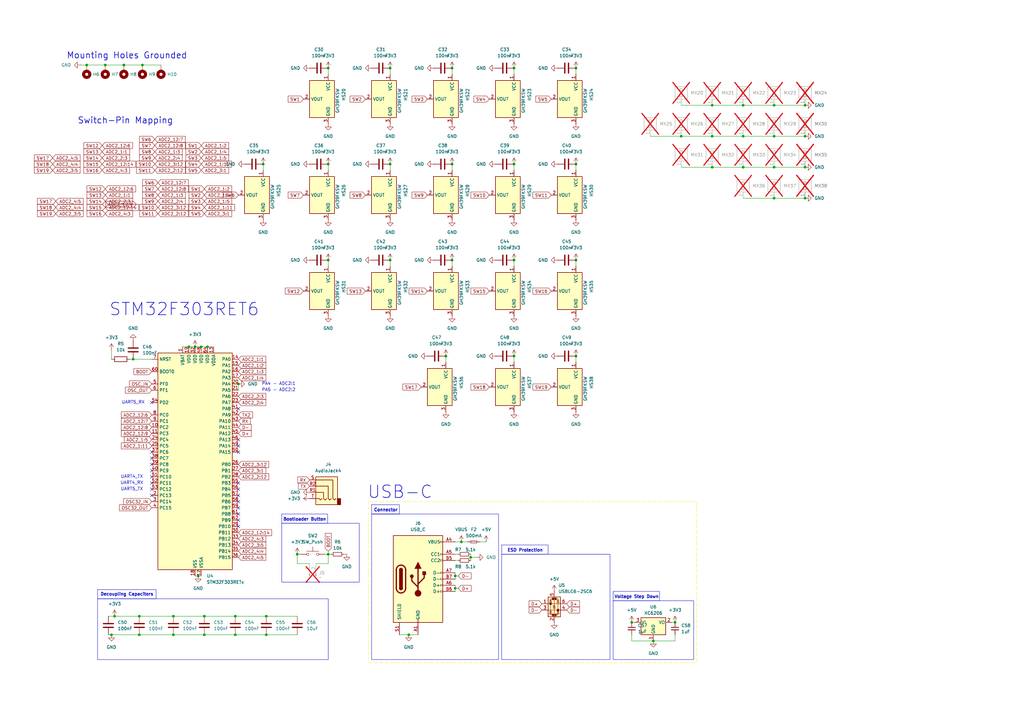
<source format=kicad_sch>
(kicad_sch (version 20231120) (generator "eeschema") (generator_version "8.0")
  (paper "A3")
  (junction (at 35.56 26.67))
  (junction (at 82.55 142.24))
  (junction (at 317.5 68.58))
  (junction (at 317.5 55.88))
  (junction (at 236.22 67.31))
  (junction (at 96.52 260.35))
  (junction (at 185.42 106.68))
  (junction (at 330.2 55.88))
  (junction (at 81.28 236.22))
  (junction (at 160.02 27.94))
  (junction (at 45.72 260.35))
  (junction (at 57.15 252.73))
  (junction (at 304.8 68.58))
  (junction (at 71.12 260.35))
  (junction (at 210.82 27.94))
  (junction (at 292.1 43.18))
  (junction (at 85.09 142.24))
  (junction (at 121.92 227.33))
  (junction (at 186.69 236.22))
  (junction (at 77.47 142.24))
  (junction (at 276.86 255.27))
  (junction (at 189.23 222.25))
  (junction (at 97.79 157.48))
  (junction (at 185.42 67.31))
  (junction (at 107.95 67.31))
  (junction (at 330.2 81.28))
  (junction (at 58.42 26.67))
  (junction (at 292.1 55.88))
  (junction (at 134.62 227.33))
  (junction (at 57.15 260.35))
  (junction (at 304.8 55.88))
  (junction (at 43.18 26.67))
  (junction (at 160.02 106.68))
  (junction (at 160.02 67.31))
  (junction (at 96.52 252.73))
  (junction (at 83.82 260.35))
  (junction (at 134.62 67.31))
  (junction (at 182.88 146.05))
  (junction (at 210.82 106.68))
  (junction (at 167.64 260.35))
  (junction (at 304.8 43.18))
  (junction (at 279.4 55.88))
  (junction (at 236.22 106.68))
  (junction (at 292.1 68.58))
  (junction (at 71.12 252.73))
  (junction (at 134.62 106.68))
  (junction (at 210.82 67.31))
  (junction (at 80.01 142.24))
  (junction (at 83.82 252.73))
  (junction (at 317.5 43.18))
  (junction (at 46.99 252.73))
  (junction (at 210.82 146.05))
  (junction (at 134.62 27.94))
  (junction (at 236.22 27.94))
  (junction (at 330.2 68.58))
  (junction (at 186.69 241.3))
  (junction (at 317.5 81.28))
  (junction (at 109.22 252.73))
  (junction (at 236.22 146.05))
  (junction (at 267.97 262.89))
  (junction (at 50.8 26.67))
  (junction (at 259.08 255.27))
  (junction (at 185.42 27.94))
  (junction (at 193.04 228.6))
  (junction (at 330.2 43.18))
  (junction (at 54.61 147.32))
  (junction (at 109.22 260.35))
  (no_connect (at 97.79 208.28))
  (no_connect (at 62.23 198.12))
  (no_connect (at 62.23 195.58))
  (no_connect (at 97.79 210.82))
  (no_connect (at 97.79 167.64))
  (no_connect (at 62.23 200.66))
  (no_connect (at 62.23 193.04))
  (no_connect (at 62.23 190.5))
  (no_connect (at 62.23 203.2))
  (no_connect (at 62.23 187.96))
  (no_connect (at 97.79 200.66))
  (no_connect (at 62.23 165.1))
  (no_connect (at 97.79 185.42))
  (no_connect (at 97.79 205.74))
  (no_connect (at 62.23 185.42))
  (no_connect (at 97.79 213.36))
  (no_connect (at 97.79 215.9))
  (no_connect (at 97.79 180.34))
  (no_connect (at 97.79 198.12))
  (no_connect (at 97.79 203.2))
  (no_connect (at 97.79 182.88))
  (wire (pts (xy 193.04 227.33) (xy 193.04 228.6)))
  (wire (pts (xy 210.82 27.94) (xy 210.82 30.48)))
  (wire (pts (xy 163.83 260.35) (xy 167.64 260.35)))
  (wire (pts (xy 134.62 226.06) (xy 134.62 227.33)))
  (wire (pts (xy 317.5 81.28) (xy 330.2 81.28)))
  (wire (pts (xy 82.55 142.24) (xy 85.09 142.24)))
  (wire (pts (xy 210.82 106.68) (xy 210.82 109.22)))
  (wire (pts (xy 236.22 67.31) (xy 236.22 69.85)))
  (wire (pts (xy 80.01 142.24) (xy 82.55 142.24)))
  (wire (pts (xy 317.5 68.58) (xy 330.2 68.58)))
  (wire (pts (xy 160.02 106.68) (xy 160.02 109.22)))
  (wire (pts (xy 44.45 252.73) (xy 46.99 252.73)))
  (wire (pts (xy 45.72 143.51) (xy 45.72 147.32)))
  (wire (pts (xy 133.35 227.33) (xy 134.62 227.33)))
  (wire (pts (xy 189.23 222.25) (xy 191.77 222.25)))
  (wire (pts (xy 187.96 236.22) (xy 186.69 236.22)))
  (wire (pts (xy 186.69 234.95) (xy 186.69 236.22)))
  (wire (pts (xy 134.62 27.94) (xy 134.62 30.48)))
  (wire (pts (xy 121.92 227.33) (xy 123.19 227.33)))
  (wire (pts (xy 45.72 260.35) (xy 57.15 260.35)))
  (wire (pts (xy 279.4 68.58) (xy 292.1 68.58)))
  (wire (pts (xy 236.22 106.68) (xy 236.22 109.22)))
  (wire (pts (xy 187.96 241.3) (xy 186.69 241.3)))
  (wire (pts (xy 129.54 231.14) (xy 134.62 231.14)))
  (wire (pts (xy 134.62 106.68) (xy 134.62 109.22)))
  (wire (pts (xy 236.22 27.94) (xy 236.22 30.48)))
  (wire (pts (xy 276.86 260.35) (xy 276.86 262.89)))
  (wire (pts (xy 43.18 26.67) (xy 50.8 26.67)))
  (wire (pts (xy 185.42 106.68) (xy 185.42 109.22)))
  (wire (pts (xy 134.62 227.33) (xy 135.89 227.33)))
  (wire (pts (xy 259.08 262.89) (xy 267.97 262.89)))
  (wire (pts (xy 292.1 55.88) (xy 304.8 55.88)))
  (wire (pts (xy 58.42 26.67) (xy 66.04 26.67)))
  (wire (pts (xy 185.42 27.94) (xy 185.42 30.48)))
  (wire (pts (xy 304.8 43.18) (xy 317.5 43.18)))
  (wire (pts (xy 54.61 147.32) (xy 62.23 147.32)))
  (wire (pts (xy 167.64 260.35) (xy 171.45 260.35)))
  (wire (pts (xy 210.82 146.05) (xy 210.82 148.59)))
  (wire (pts (xy 259.08 260.35) (xy 259.08 262.89)))
  (wire (pts (xy 210.82 67.31) (xy 210.82 69.85)))
  (wire (pts (xy 81.28 236.22) (xy 82.55 236.22)))
  (wire (pts (xy 96.52 252.73) (xy 109.22 252.73)))
  (wire (pts (xy 140.97 227.33) (xy 142.24 227.33)))
  (wire (pts (xy 74.93 142.24) (xy 77.47 142.24)))
  (wire (pts (xy 57.15 260.35) (xy 71.12 260.35)))
  (wire (pts (xy 292.1 68.58) (xy 304.8 68.58)))
  (wire (pts (xy 259.08 255.27) (xy 260.35 255.27)))
  (wire (pts (xy 186.69 241.3) (xy 186.69 242.57)))
  (wire (pts (xy 35.56 26.67) (xy 43.18 26.67)))
  (wire (pts (xy 71.12 260.35) (xy 83.82 260.35)))
  (wire (pts (xy 182.88 146.05) (xy 182.88 148.59)))
  (wire (pts (xy 186.69 227.33) (xy 187.96 227.33)))
  (wire (pts (xy 44.45 260.35) (xy 45.72 260.35)))
  (wire (pts (xy 160.02 27.94) (xy 160.02 30.48)))
  (wire (pts (xy 186.69 229.87) (xy 187.96 229.87)))
  (wire (pts (xy 97.79 157.48) (xy 97.79 160.02)))
  (wire (pts (xy 317.5 43.18) (xy 330.2 43.18)))
  (wire (pts (xy 50.8 26.67) (xy 58.42 26.67)))
  (wire (pts (xy 71.12 252.73) (xy 83.82 252.73)))
  (wire (pts (xy 304.8 55.88) (xy 317.5 55.88)))
  (wire (pts (xy 121.92 231.14) (xy 121.92 227.33)))
  (wire (pts (xy 83.82 252.73) (xy 96.52 252.73)))
  (wire (pts (xy 196.85 222.25) (xy 199.39 222.25)))
  (wire (pts (xy 267.97 262.89) (xy 276.86 262.89)))
  (wire (pts (xy 107.95 67.31) (xy 107.95 69.85)))
  (wire (pts (xy 236.22 146.05) (xy 236.22 148.59)))
  (wire (pts (xy 77.47 142.24) (xy 80.01 142.24)))
  (wire (pts (xy 275.59 255.27) (xy 276.86 255.27)))
  (wire (pts (xy 46.99 252.73) (xy 57.15 252.73)))
  (wire (pts (xy 186.69 240.03) (xy 186.69 241.3)))
  (wire (pts (xy 193.04 228.6) (xy 193.04 229.87)))
  (wire (pts (xy 186.69 236.22) (xy 186.69 237.49)))
  (wire (pts (xy 266.7 55.88) (xy 279.4 55.88)))
  (wire (pts (xy 33.02 26.67) (xy 35.56 26.67)))
  (wire (pts (xy 109.22 252.73) (xy 121.92 252.73)))
  (wire (pts (xy 193.04 228.6) (xy 195.58 228.6)))
  (wire (pts (xy 127 231.14) (xy 121.92 231.14)))
  (wire (pts (xy 185.42 67.31) (xy 185.42 69.85)))
  (wire (pts (xy 57.15 252.73) (xy 71.12 252.73)))
  (wire (pts (xy 186.69 222.25) (xy 189.23 222.25)))
  (wire (pts (xy 134.62 231.14) (xy 134.62 227.33)))
  (wire (pts (xy 134.62 67.31) (xy 134.62 69.85)))
  (wire (pts (xy 304.8 81.28) (xy 317.5 81.28)))
  (wire (pts (xy 160.02 67.31) (xy 160.02 69.85)))
  (wire (pts (xy 279.4 43.18) (xy 292.1 43.18)))
  (wire (pts (xy 85.09 142.24) (xy 87.63 142.24)))
  (wire (pts (xy 304.8 68.58) (xy 317.5 68.58)))
  (wire (pts (xy 80.01 236.22) (xy 81.28 236.22)))
  (wire (pts (xy 83.82 260.35) (xy 96.52 260.35)))
  (wire (pts (xy 96.52 260.35) (xy 109.22 260.35)))
  (wire (pts (xy 279.4 55.88) (xy 292.1 55.88)))
  (wire (pts (xy 317.5 55.88) (xy 330.2 55.88)))
  (wire (pts (xy 109.22 260.35) (xy 121.92 260.35)))
  (wire (pts (xy 53.34 147.32) (xy 54.61 147.32)))
  (wire (pts (xy 292.1 43.18) (xy 304.8 43.18)))
  (rectangle (start 40.005 241.808) (end 64.008 245.618))
  (rectangle (start 115.57 214.63) (end 147.32 238.76))
  (rectangle (start 152.4 207.01) (end 163.83 210.82))
  (rectangle (start 115.57 210.82) (end 134.366 214.63))
  (rectangle (start 251.46 246.38) (end 284.48 270.51))
  (rectangle (start 152.4 210.82) (end 204.47 270.51))
  (rectangle (start 205.74 227.33) (end 250.19 270.51))
  (rectangle (start 251.46 242.57) (end 270.51 246.38))
  (rectangle (start 205.74 223.52) (end 224.79 227.33))
  (rectangle (start 40.005 245.618) (end 134.62 270.51))
  (rectangle (start 151.13 205.74) (end 285.75 271.78) (stroke (width 0) (type dash) (color 255 229 36 1)))
  (text "Decoupling Capacitors" (at 52.07 243.84 0) (effects (font (size 1.27 1.27) (thickness 0.254) (bold yes))))
  (text "Connector\n" (at 158.242 209.296 0) (effects (font (size 1.27 1.27) (thickness 0.254) (bold yes))))
  (text "Switch-Pin Mapping" (at 51.435 49.53 0) (effects (font (size 2.54 2.54) (thickness 0.254) (bold yes))))
  (text "ESD Protection" (at 215.392 225.806 0) (effects (font (size 1.27 1.27) (thickness 0.254) (bold yes))))
  (text "STM32F303RET6" (at 75.565 127 0) (effects (font (size 5.08 5.08) (thickness 0.254) (bold yes))))
  (text "UART4_RX" (at 54.102 198.12 0) (effects (font (size 1.27 1.27))))
  (text "USB-C\n" (at 164.084 201.93 0) (effects (font (size 5.08 5.08) (thickness 0.254) (bold yes))))
  (text "Mounting Holes Grounded" (at 52.07 22.86 0) (effects (font (size 2.54 2.54) (thickness 0.254) (bold yes))))
  (text "Voltage Step Down" (at 261.112 244.856 0) (effects (font (size 1.27 1.27) (thickness 0.254) (bold yes))))
  (text "PA4 - ADC2:1" (at 114.3 157.48 0) (effects (font (size 1.27 1.27))))
  (text "UART5_RX\n" (at 54.61 165.1 0) (effects (font (size 1.27 1.27))))
  (text "UART4_TX\n" (at 54.102 195.58 0) (effects (font (size 1.27 1.27))))
  (text "PA5 - ADC2:2" (at 114.3 160.02 0) (effects (font (size 1.27 1.27))))
  (text "UART5_TX\n" (at 54.102 200.66 0) (effects (font (size 1.27 1.27))))
  (text "Bootloader Button" (at 124.968 213.106 0) (effects (font (size 1.27 1.27) (thickness 0.254) (bold yes))))
  (global_label "ADC2_4:4" (shape input) (at 21.59 67.31 0) (property "Intersheetrefs" "${INTERSHEET_REFS}" (effects (hide yes))))
  (global_label "SW7" (shape input) (at 124.46 80.01 180) (property "Intersheetrefs" "${INTERSHEET_REFS}" (effects (hide yes))))
  (global_label "SW14" (shape input) (at 175.26 119.38 180) (property "Intersheetrefs" "${INTERSHEET_REFS}" (effects (hide yes))))
  (global_label "BOOT" (shape input) (at 134.62 226.06 90) (property "Intersheetrefs" "${INTERSHEET_REFS}" (effects (hide yes))))
  (global_label "SW19" (shape input) (at 226.06 158.75 180) (property "Intersheetrefs" "${INTERSHEET_REFS}" (effects (hide yes))))
  (global_label "SW7" (shape input) (at 63.5 59.69 180) (property "Intersheetrefs" "${INTERSHEET_REFS}" (effects (hide yes))))
  (global_label "ADC2_3:5" (shape input) (at 22.86 87.63 0) (property "Intersheetrefs" "${INTERSHEET_REFS}" (effects (hide yes))))
  (global_label "SW14" (shape input) (at 41.91 64.77 180) (property "Intersheetrefs" "${INTERSHEET_REFS}" (effects (hide yes))))
  (global_label "ADC2_12:6" (shape input) (at 62.23 170.18 180) (property "Intersheetrefs" "${INTERSHEET_REFS}" (effects (hide yes))))
  (global_label "ADC2_2:3" (shape input) (at 41.91 64.77 0) (property "Intersheetrefs" "${INTERSHEET_REFS}" (effects (hide yes))))
  (global_label "ADC2_12:9" (shape input) (at 55.88 83.82 180) (property "Intersheetrefs" "${INTERSHEET_REFS}" (effects (hide yes))))
  (global_label "BOOT" (shape input) (at 62.23 152.4 180) (property "Intersheetrefs" "${INTERSHEET_REFS}" (effects (hide yes))))
  (global_label "ADC2_12:14" (shape input) (at 43.18 85.09 0) (property "Intersheetrefs" "${INTERSHEET_REFS}" (effects (hide yes))))
  (global_label "SW12" (shape input) (at 41.91 59.69 180) (property "Intersheetrefs" "${INTERSHEET_REFS}" (effects (hide yes))))
  (global_label "ADC2_3:5" (shape input) (at 97.79 223.52 0) (property "Intersheetrefs" "${INTERSHEET_REFS}" (effects (hide yes))))
  (global_label "ADC2_12:9" (shape input) (at 62.23 177.8 180) (property "Intersheetrefs" "${INTERSHEET_REFS}" (effects (hide yes))))
  (global_label "SW17" (shape input) (at 22.86 82.55 180) (property "Intersheetrefs" "${INTERSHEET_REFS}" (effects (hide yes))))
  (global_label "ADC2_3:5" (shape input) (at 21.59 69.85 0) (property "Intersheetrefs" "${INTERSHEET_REFS}" (effects (hide yes))))
  (global_label "SW17" (shape input) (at 172.72 158.75 180) (property "Intersheetrefs" "${INTERSHEET_REFS}" (effects (hide yes))))
  (global_label "ADC2_2:4" (shape input) (at 63.5 64.77 0) (property "Intersheetrefs" "${INTERSHEET_REFS}" (effects (hide yes))))
  (global_label "SW4" (shape input) (at 200.66 40.64 180) (property "Intersheetrefs" "${INTERSHEET_REFS}" (effects (hide yes))))
  (global_label "SW4" (shape input) (at 83.82 85.09 180) (property "Intersheetrefs" "${INTERSHEET_REFS}" (effects (hide yes))))
  (global_label "SW5" (shape input) (at 226.06 40.64 180) (property "Intersheetrefs" "${INTERSHEET_REFS}" (effects (hide yes))))
  (global_label "ADC2_3:12" (shape input) (at 63.5 67.31 0) (property "Intersheetrefs" "${INTERSHEET_REFS}" (effects (hide yes))))
  (global_label "SW1" (shape input) (at 82.55 59.69 180) (property "Intersheetrefs" "${INTERSHEET_REFS}" (effects (hide yes))))
  (global_label "ADC2_4:5" (shape input) (at 22.86 82.55 0) (property "Intersheetrefs" "${INTERSHEET_REFS}" (effects (hide yes))))
  (global_label "ADC2_4:3" (shape input) (at 41.91 69.85 0) (property "Intersheetrefs" "${INTERSHEET_REFS}" (effects (hide yes))))
  (global_label "SW13" (shape input) (at 149.86 119.38 180) (property "Intersheetrefs" "${INTERSHEET_REFS}" (effects (hide yes))))
  (global_label "ADC2_12:7" (shape input) (at 63.5 57.15 0) (property "Intersheetrefs" "${INTERSHEET_REFS}" (effects (hide yes))))
  (global_label "ADC2_12:7" (shape input) (at 62.23 172.72 180) (property "Intersheetrefs" "${INTERSHEET_REFS}" (effects (hide yes))))
  (global_label "SW16" (shape input) (at 41.91 69.85 180) (property "Intersheetrefs" "${INTERSHEET_REFS}" (effects (hide yes))))
  (global_label "SW1" (shape input) (at 83.82 77.47 180) (property "Intersheetrefs" "${INTERSHEET_REFS}" (effects (hide yes))))
  (global_label "OSC_OUT" (shape input) (at 62.23 160.02 180) (property "Intersheetrefs" "${INTERSHEET_REFS}" (effects (hide yes))))
  (global_label "ADC2_2:12" (shape input) (at 64.77 87.63 0) (property "Intersheetrefs" "${INTERSHEET_REFS}" (effects (hide yes))))
  (global_label "D-" (shape input) (at 222.25 250.19 180) (property "Intersheetrefs" "${INTERSHEET_REFS}" (effects (hide yes))))
  (global_label "SW12" (shape input) (at 124.46 119.38 180) (property "Intersheetrefs" "${INTERSHEET_REFS}" (effects (hide yes))))
  (global_label "ADC2_12:6" (shape input) (at 43.18 77.47 0) (property "Intersheetrefs" "${INTERSHEET_REFS}" (effects (hide yes))))
  (global_label "SW2" (shape input) (at 149.86 40.64 180) (property "Intersheetrefs" "${INTERSHEET_REFS}" (effects (hide yes))))
  (global_label "SW2" (shape input) (at 83.82 80.01 180) (property "Intersheetrefs" "${INTERSHEET_REFS}" (effects (hide yes))))
  (global_label "ADC2_4:3" (shape input) (at 43.18 87.63 0) (property "Intersheetrefs" "${INTERSHEET_REFS}" (effects (hide yes))))
  (global_label "ADC2_1:1" (shape input) (at 41.91 62.23 0) (property "Intersheetrefs" "${INTERSHEET_REFS}" (effects (hide yes))))
  (global_label "ADC2_4:5" (shape input) (at 21.59 64.77 0) (property "Intersheetrefs" "${INTERSHEET_REFS}" (effects (hide yes))))
  (global_label "SW16" (shape input) (at 43.18 87.63 180) (property "Intersheetrefs" "${INTERSHEET_REFS}" (effects (hide yes))))
  (global_label "ADC2_4:4" (shape input) (at 97.79 226.06 0) (property "Intersheetrefs" "${INTERSHEET_REFS}" (effects (hide yes))))
  (global_label "ADC2_12:7" (shape input) (at 64.77 74.93 0) (property "Intersheetrefs" "${INTERSHEET_REFS}" (effects (hide yes))))
  (global_label "ADC2_12:8" (shape input) (at 64.77 77.47 0) (property "Intersheetrefs" "${INTERSHEET_REFS}" (effects (hide yes))))
  (global_label "SW9" (shape input) (at 63.5 64.77 180) (property "Intersheetrefs" "${INTERSHEET_REFS}" (effects (hide yes))))
  (global_label "ADC2_2:12" (shape input) (at 63.5 69.85 0) (property "Intersheetrefs" "${INTERSHEET_REFS}" (effects (hide yes))))
  (global_label "ADC2_1:4" (shape input) (at 83.82 80.01 0) (property "Intersheetrefs" "${INTERSHEET_REFS}" (effects (hide yes))))
  (global_label "D-" (shape input) (at 232.41 250.19 0) (property "Intersheetrefs" "${INTERSHEET_REFS}" (effects (hide yes))))
  (global_label "D+" (shape input) (at 187.96 241.3 0) (property "Intersheetrefs" "${INTERSHEET_REFS}" (effects (hide yes))))
  (global_label "ADC2_12:8" (shape input) (at 62.23 175.26 180) (property "Intersheetrefs" "${INTERSHEET_REFS}" (effects (hide yes))))
  (global_label "ADC2_1:5" (shape input) (at 83.82 82.55 0) (property "Intersheetrefs" "${INTERSHEET_REFS}" (effects (hide yes))))
  (global_label "RX" (shape input) (at 127 196.85 180) (property "Intersheetrefs" "${INTERSHEET_REFS}" (effects (hide yes))))
  (global_label "D+" (shape input) (at 97.79 177.8 0) (property "Intersheetrefs" "${INTERSHEET_REFS}" (effects (hide yes))))
  (global_label "ADC2_1:11" (shape input) (at 62.23 182.88 180) (property "Intersheetrefs" "${INTERSHEET_REFS}" (effects (hide yes))))
  (global_label "OSC32_OUT" (shape input) (at 62.23 208.28 180) (property "Intersheetrefs" "${INTERSHEET_REFS}" (effects (hide yes))))
  (global_label "SW9" (shape input) (at 175.26 80.01 180) (property "Intersheetrefs" "${INTERSHEET_REFS}" (effects (hide yes))))
  (global_label "ADC2_1:11" (shape input) (at 83.82 85.09 0) (property "Intersheetrefs" "${INTERSHEET_REFS}" (effects (hide yes))))
  (global_label "SW14" (shape input) (at 43.18 82.55 180) (property "Intersheetrefs" "${INTERSHEET_REFS}" (effects (hide yes))))
  (global_label "SW1" (shape input) (at 124.46 40.64 180) (property "Intersheetrefs" "${INTERSHEET_REFS}" (effects (hide yes))))
  (global_label "SW10" (shape input) (at 200.66 80.01 180) (property "Intersheetrefs" "${INTERSHEET_REFS}" (effects (hide yes))))
  (global_label "ADC2_12:14" (shape input) (at 41.91 67.31 0) (property "Intersheetrefs" "${INTERSHEET_REFS}" (effects (hide yes))))
  (global_label "SW9" (shape input) (at 64.77 82.55 180) (property "Intersheetrefs" "${INTERSHEET_REFS}" (effects (hide yes))))
  (global_label "ADC2_1:1" (shape input) (at 97.79 147.32 0) (property "Intersheetrefs" "${INTERSHEET_REFS}" (effects (hide yes))))
  (global_label "ADC2_1:1" (shape input) (at 43.18 80.01 0) (property "Intersheetrefs" "${INTERSHEET_REFS}" (effects (hide yes))))
  (global_label "D-" (shape input) (at 187.96 236.22 0) (property "Intersheetrefs" "${INTERSHEET_REFS}" (effects (hide yes))))
  (global_label "SW6" (shape input) (at 63.5 57.15 180) (property "Intersheetrefs" "${INTERSHEET_REFS}" (effects (hide yes))))
  (global_label "SW5" (shape input) (at 82.55 69.85 180) (property "Intersheetrefs" "${INTERSHEET_REFS}" (effects (hide yes))))
  (global_label "ADC2_1:2" (shape input) (at 83.82 77.47 0) (property "Intersheetrefs" "${INTERSHEET_REFS}" (effects (hide yes))))
  (global_label "SW3" (shape input) (at 83.82 82.55 180) (property "Intersheetrefs" "${INTERSHEET_REFS}" (effects (hide yes))))
  (global_label "ADC2_4:3" (shape input) (at 97.79 220.98 0) (property "Intersheetrefs" "${INTERSHEET_REFS}" (effects (hide yes))))
  (global_label "SW10" (shape input) (at 63.5 67.31 180) (property "Intersheetrefs" "${INTERSHEET_REFS}" (effects (hide yes))))
  (global_label "SW2" (shape input) (at 82.55 62.23 180) (property "Intersheetrefs" "${INTERSHEET_REFS}" (effects (hide yes))))
  (global_label "ADC2_4:5" (shape input) (at 97.79 228.6 0) (property "Intersheetrefs" "${INTERSHEET_REFS}" (effects (hide yes))))
  (global_label "ADC2_1:4" (shape input) (at 82.55 62.23 0) (property "Intersheetrefs" "${INTERSHEET_REFS}" (effects (hide yes))))
  (global_label "SW15" (shape input) (at 43.18 85.09 180) (property "Intersheetrefs" "${INTERSHEET_REFS}" (effects (hide yes))))
  (global_label "ADC2_1:3" (shape input) (at 64.77 80.01 0) (property "Intersheetrefs" "${INTERSHEET_REFS}" (effects (hide yes))))
  (global_label "RX" (shape input) (at 97.79 172.72 0) (property "Intersheetrefs" "${INTERSHEET_REFS}" (effects (hide yes))))
  (global_label "SW19" (shape input) (at 21.59 69.85 180) (property "Intersheetrefs" "${INTERSHEET_REFS}" (effects (hide yes))))
  (global_label "ADC2_2:3" (shape input) (at 97.79 162.56 0) (property "Intersheetrefs" "${INTERSHEET_REFS}" (effects (hide yes))))
  (global_label "SW8" (shape input) (at 64.77 80.01 180) (property "Intersheetrefs" "${INTERSHEET_REFS}" (effects (hide yes))))
  (global_label "ADC2_3:1" (shape input) (at 97.79 193.04 0) (property "Intersheetrefs" "${INTERSHEET_REFS}" (effects (hide yes))))
  (global_label "ADC2_2:4" (shape input) (at 97.79 165.1 0) (property "Intersheetrefs" "${INTERSHEET_REFS}" (effects (hide yes))))
  (global_label "SW8" (shape input) (at 149.86 80.01 180) (property "Intersheetrefs" "${INTERSHEET_REFS}" (effects (hide yes))))
  (global_label "SW11" (shape input) (at 226.06 80.01 180) (property "Intersheetrefs" "${INTERSHEET_REFS}" (effects (hide yes))))
  (global_label "ADC2_1:11" (shape input) (at 82.55 67.31 0) (property "Intersheetrefs" "${INTERSHEET_REFS}" (effects (hide yes))))
  (global_label "ADC2_4:4" (shape input) (at 22.86 85.09 0) (property "Intersheetrefs" "${INTERSHEET_REFS}" (effects (hide yes))))
  (global_label "TX" (shape input) (at 127 199.39 180) (property "Intersheetrefs" "${INTERSHEET_REFS}" (effects (hide yes))))
  (global_label "ADC2_1:3" (shape input) (at 63.5 62.23 0) (property "Intersheetrefs" "${INTERSHEET_REFS}" (effects (hide yes))))
  (global_label "SW3" (shape input) (at 175.26 40.64 180) (property "Intersheetrefs" "${INTERSHEET_REFS}" (effects (hide yes))))
  (global_label "D+" (shape input) (at 232.41 247.65 0) (property "Intersheetrefs" "${INTERSHEET_REFS}" (effects (hide yes))))
  (global_label "SW8" (shape input) (at 63.5 62.23 180) (property "Intersheetrefs" "${INTERSHEET_REFS}" (effects (hide yes))))
  (global_label "ADC2_1:5" (shape input) (at 82.55 64.77 0) (property "Intersheetrefs" "${INTERSHEET_REFS}" (effects (hide yes))))
  (global_label "SW18" (shape input) (at 200.66 158.75 180) (property "Intersheetrefs" "${INTERSHEET_REFS}" (effects (hide yes))))
  (global_label "SW19" (shape input) (at 22.86 87.63 180) (property "Intersheetrefs" "${INTERSHEET_REFS}" (effects (hide yes))))
  (global_label "ADC2_12:14" (shape input) (at 97.79 218.44 0) (property "Intersheetrefs" "${INTERSHEET_REFS}" (effects (hide yes))))
  (global_label "SW18" (shape input) (at 22.86 85.09 180) (property "Intersheetrefs" "${INTERSHEET_REFS}" (effects (hide yes))))
  (global_label "SW13" (shape input) (at 41.91 62.23 180) (property "Intersheetrefs" "${INTERSHEET_REFS}" (effects (hide yes))))
  (global_label "SW3" (shape input) (at 82.55 64.77 180) (property "Intersheetrefs" "${INTERSHEET_REFS}" (effects (hide yes))))
  (global_label "ADC2_3:1" (shape input) (at 82.55 69.85 0) (property "Intersheetrefs" "${INTERSHEET_REFS}" (effects (hide yes))))
  (global_label "SW15" (shape input) (at 200.66 119.38 180) (property "Intersheetrefs" "${INTERSHEET_REFS}" (effects (hide yes))))
  (global_label "ADC2_2:12" (shape input) (at 97.79 195.58 0) (property "Intersheetrefs" "${INTERSHEET_REFS}" (effects (hide yes))))
  (global_label "ADC2_12:8" (shape input) (at 63.5 59.69 0) (property "Intersheetrefs" "${INTERSHEET_REFS}" (effects (hide yes))))
  (global_label "ADC2_1:4" (shape input) (at 97.79 154.94 0) (property "Intersheetrefs" "${INTERSHEET_REFS}" (effects (hide yes))))
  (global_label "ADC2_1:3" (shape input) (at 97.79 152.4 0) (property "Intersheetrefs" "${INTERSHEET_REFS}" (effects (hide yes))))
  (global_label "ADC2_12:6" (shape input) (at 41.91 59.69 0) (property "Intersheetrefs" "${INTERSHEET_REFS}" (effects (hide yes))))
  (global_label "TX2" (shape input) (at 97.79 170.18 0) (property "Intersheetrefs" "${INTERSHEET_REFS}" (effects (hide yes))))
  (global_label "SW13" (shape input) (at 43.18 80.01 180) (property "Intersheetrefs" "${INTERSHEET_REFS}" (effects (hide yes))))
  (global_label "SW10" (shape input) (at 64.77 85.09 180) (property "Intersheetrefs" "${INTERSHEET_REFS}" (effects (hide yes))))
  (global_label "SW6" (shape input) (at 64.77 74.93 180) (property "Intersheetrefs" "${INTERSHEET_REFS}" (effects (hide yes))))
  (global_label "OSC_IN" (shape input) (at 62.23 157.48 180) (property "Intersheetrefs" "${INTERSHEET_REFS}" (effects (hide yes))))
  (global_label "OSC32_IN" (shape input) (at 62.23 205.74 180) (property "Intersheetrefs" "${INTERSHEET_REFS}" (effects (hide yes))))
  (global_label "SW6" (shape input) (at 97.79 80.01 180) (property "Intersheetrefs" "${INTERSHEET_REFS}" (effects (hide yes))))
  (global_label "SW15" (shape input) (at 41.91 67.31 180) (property "Intersheetrefs" "${INTERSHEET_REFS}" (effects (hide yes))))
  (global_label "ADC2_1:2" (shape input) (at 97.79 149.86 0) (property "Intersheetrefs" "${INTERSHEET_REFS}" (effects (hide yes))))
  (global_label "ADC2_1:2" (shape input) (at 82.55 59.69 0) (property "Intersheetrefs" "${INTERSHEET_REFS}" (effects (hide yes))))
  (global_label "SW11" (shape input) (at 63.5 69.85 180) (property "Intersheetrefs" "${INTERSHEET_REFS}" (effects (hide yes))))
  (global_label "D+" (shape input) (at 222.25 247.65 180) (property "Intersheetrefs" "${INTERSHEET_REFS}" (effects (hide yes))))
  (global_label "SW18" (shape input) (at 21.59 67.31 180) (property "Intersheetrefs" "${INTERSHEET_REFS}" (effects (hide yes))))
  (global_label "SW12" (shape input) (at 43.18 77.47 180) (property "Intersheetrefs" "${INTERSHEET_REFS}" (effects (hide yes))))
  (global_label "SW11" (shape input) (at 64.77 87.63 180) (property "Intersheetrefs" "${INTERSHEET_REFS}" (effects (hide yes))))
  (global_label "SW7" (shape input) (at 64.77 77.47 180) (property "Intersheetrefs" "${INTERSHEET_REFS}" (effects (hide yes))))
  (global_label "SW17" (shape input) (at 21.59 64.77 180) (property "Intersheetrefs" "${INTERSHEET_REFS}" (effects (hide yes))))
  (global_label "ADC2_2:4" (shape input) (at 64.77 82.55 0) (property "Intersheetrefs" "${INTERSHEET_REFS}" (effects (hide yes))))
  (global_label "D-" (shape input) (at 97.79 175.26 0) (property "Intersheetrefs" "${INTERSHEET_REFS}" (effects (hide yes))))
  (global_label "ADC2_2:3" (shape input) (at 43.18 82.55 0) (property "Intersheetrefs" "${INTERSHEET_REFS}" (effects (hide yes))))
  (global_label "ADC2_3:12" (shape input) (at 64.77 85.09 0) (property "Intersheetrefs" "${INTERSHEET_REFS}" (effects (hide yes))))
  (global_label "SW4" (shape input) (at 82.55 67.31 180) (property "Intersheetrefs" "${INTERSHEET_REFS}" (effects (hide yes))))
  (global_label "SW16" (shape input) (at 226.06 119.38 180) (property "Intersheetrefs" "${INTERSHEET_REFS}" (effects (hide yes))))
  (global_label "SW5" (shape input) (at 83.82 87.63 180) (property "Intersheetrefs" "${INTERSHEET_REFS}" (effects (hide yes))))
  (global_label "ADC2_3:1" (shape input) (at 83.82 87.63 0) (property "Intersheetrefs" "${INTERSHEET_REFS}" (effects (hide yes))))
  (global_label "ADC2_3:12" (shape input) (at 97.79 190.5 0) (property "Intersheetrefs" "${INTERSHEET_REFS}" (effects (hide yes))))
  (global_label "ADC2_1:5" (shape input) (at 62.23 180.34 180) (property "Intersheetrefs" "${INTERSHEET_REFS}" (effects (hide yes))))
  (symbol (lib_id "power:+5V") (at 227.33 242.57 0) (unit 1)
    (property "Reference" "#PWR0157" (effects (hide yes)))
    (property "Value" "+5V" (at 227.33 237.49 0))
    (property "Description" "Power symbol creates a global label with name \"+5V\"" (effects (hide yes)))
    (instances (project "Keyboard" (path "" (reference "#PWR0157") (unit 1)) (path "" (reference "#PWR074") (unit 1))))
  )
  (symbol (lib_id "Device:C") (at 44.45 256.54 0) (unit 1)
    (property "Reference" "C50" (at 48.26 255.2699 0) (effects (justify left)))
    (property "Value" "100nF" (at 48.26 257.8099 0) (effects (justify left)))
    (property "Footprint" "Capacitor_SMD:C_0603_1608Metric_Pad1.08x0.95mm_HandSolder" (effects (hide yes)))
    (property "Description" "Unpolarized capacitor" (effects (hide yes)))
    (instances (project "Keyboard" (path "" (reference "C50") (unit 1)) (path "" (reference "C21") (unit 1))))
  )
  (symbol (lib_id "power:GND") (at 45.72 260.35 0) (unit 1)
    (property "Reference" "#PWR0162" (effects (hide yes)))
    (property "Value" "GND" (at 45.72 265.43 0))
    (property "Description" "Power symbol creates a global label with name \"GND\" , ground" (effects (hide yes)))
    (instances (project "Keyboard" (path "" (reference "#PWR0162") (unit 1)) (path "" (reference "#PWR079") (unit 1))))
  )
  (symbol (lib_id "Device:R_Small") (at 190.5 229.87 90) (unit 1)
    (property "Reference" "R8" (at 187.96 232.41 90))
    (property "Value" "5.1k" (at 193.04 232.41 90))
    (property "Footprint" "Capacitor_SMD:C_0603_1608Metric_Pad1.08x0.95mm_HandSolder" (effects (hide yes)))
    (property "Description" "Resistor, small symbol" (effects (hide yes)))
    (property "LCSC" "C25905" (effects (hide yes)))
    (instances (project "Keyboard" (path "" (reference "R8") (unit 1)) (path "" (reference "R4") (unit 1))))
  )
  (symbol (lib_id "power:+3V3") (at 182.88 146.05 0) (unit 1)
    (property "Reference" "#PWR0140" (effects (hide yes)))
    (property "Value" "+3V3" (at 182.88 140.97 0))
    (property "Description" "Power symbol creates a global label with name \"+3V3\"" (effects (hide yes)))
    (instances (project "Keyboard" (path "" (reference "#PWR0140") (unit 1)) (path "" (reference "#PWR058") (unit 1))))
  )
  (symbol (lib_id "power:+3V3") (at 236.22 27.94 0) (unit 1)
    (property "Reference" "#PWR093" (effects (hide yes)))
    (property "Value" "+3V3" (at 236.22 22.86 0))
    (property "Description" "Power symbol creates a global label with name \"+3V3\"" (effects (hide yes)))
    (instances (project "Keyboard" (path "" (reference "#PWR093") (unit 1)) (path "" (reference "#PWR011") (unit 1))))
  )
  (symbol (lib_id "0_switch_placeholders:MX_1.00U") (at 292.1 50.8 90) (unit 1) (dnp yes)
    (property "Reference" "MX27" (at 295.91 50.7999 90) (effects (justify right)))
    (property "Footprint" "0_local_footprints:MX 1.00u" (effects (hide yes)))
    (instances (project "Keyboard" (path "" (reference "MX27") (unit 1)) (path "" (reference "MX8") (unit 1))))
  )
  (symbol (lib_id "power:GND") (at 142.24 227.33 0) (unit 1)
    (property "Reference" "#PWR0154" (effects (hide yes)))
    (property "Value" "GND" (at 142.24 232.41 0))
    (property "Description" "Power symbol creates a global label with name \"GND\" , ground" (effects (hide yes)))
    (instances (project "Keyboard" (path "" (reference "#PWR0154") (unit 1)) (path "" (reference "#PWR071") (unit 1))))
  )
  (symbol (lib_id "power:GND") (at 228.6 67.31 270) (mirror x) (unit 1)
    (property "Reference" "#PWR0111" (effects (hide yes)))
    (property "Value" "GND" (at 224.79 67.3099 90) (effects (justify right)))
    (property "Description" "Power symbol creates a global label with name \"GND\" , ground" (effects (hide yes)))
    (instances (project "Keyboard" (path "" (reference "#PWR0111") (unit 1)) (path "" (reference "#PWR029") (unit 1))))
  )
  (symbol (lib_id "power:GND") (at 152.4 67.31 270) (mirror x) (unit 1)
    (property "Reference" "#PWR0105" (effects (hide yes)))
    (property "Value" "GND" (at 148.59 67.3099 90) (effects (justify right)))
    (property "Description" "Power symbol creates a global label with name \"GND\" , ground" (effects (hide yes)))
    (instances (project "Keyboard" (path "" (reference "#PWR0105") (unit 1)) (path "" (reference "#PWR023") (unit 1))))
  )
  (symbol (lib_id "Device:C") (at 96.52 256.54 0) (unit 1)
    (property "Reference" "C54" (at 100.33 255.2699 0) (effects (justify left)))
    (property "Value" "100nF" (at 100.33 257.8099 0) (effects (justify left)))
    (property "Footprint" "Capacitor_SMD:C_0603_1608Metric_Pad1.08x0.95mm_HandSolder" (effects (hide yes)))
    (property "Description" "Unpolarized capacitor" (effects (hide yes)))
    (instances (project "Keyboard" (path "" (reference "C54") (unit 1)) (path "" (reference "C25") (unit 1))))
  )
  (symbol (lib_id "0_switch_placeholders:MX_1.00U") (at 317.5 63.5 90) (unit 1) (dnp yes)
    (property "Reference" "MX34" (at 321.31 63.4999 90) (effects (justify right)))
    (property "Footprint" "0_local_footprints:MX 1.00u" (effects (hide yes)))
    (instances (project "Keyboard" (path "" (reference "MX34") (unit 1)) (path "" (reference "MX15") (unit 1))))
  )
  (symbol (lib_id "Device:C") (at 179.07 146.05 90) (unit 1)
    (property "Reference" "C47" (at 179.07 138.43 90))
    (property "Value" "100nF" (at 179.07 140.97 90))
    (property "Footprint" "Capacitor_SMD:C_0603_1608Metric_Pad1.08x0.95mm_HandSolder" (effects (hide yes)))
    (property "Description" "Unpolarized capacitor" (effects (hide yes)))
    (instances (project "Keyboard" (path "" (reference "C47") (unit 1)) (path "" (reference "C18") (unit 1))))
  )
  (symbol (lib_id "power:+3V3") (at 45.72 143.51 0) (unit 1)
    (property "Reference" "#PWR0138" (effects (hide yes)))
    (property "Value" "+3V3" (at 45.72 138.43 0))
    (property "Description" "Power symbol creates a global label with name \"+3V3\"" (effects (hide yes)))
    (instances (project "Keyboard" (path "" (reference "#PWR0138") (unit 1)) (path "" (reference "#PWR056") (unit 1))))
  )
  (symbol (lib_id "Device:C") (at 156.21 27.94 90) (unit 1)
    (property "Reference" "C31" (at 156.21 20.32 90))
    (property "Value" "100nF" (at 156.21 22.86 90))
    (property "Footprint" "Capacitor_SMD:C_0603_1608Metric_Pad1.08x0.95mm_HandSolder" (effects (hide yes)))
    (property "Description" "Unpolarized capacitor" (effects (hide yes)))
    (instances (project "Keyboard" (path "" (reference "C31") (unit 1)) (path "" (reference "C2") (unit 1))))
  )
  (symbol (lib_id "power:+3V3") (at 210.82 27.94 0) (unit 1)
    (property "Reference" "#PWR091" (effects (hide yes)))
    (property "Value" "+3V3" (at 210.82 22.86 0))
    (property "Description" "Power symbol creates a global label with name \"+3V3\"" (effects (hide yes)))
    (instances (project "Keyboard" (path "" (reference "#PWR091") (unit 1)) (path "" (reference "#PWR09") (unit 1))))
  )
  (symbol (lib_id "power:+3V3") (at 160.02 106.68 0) (unit 1)
    (property "Reference" "#PWR0124" (effects (hide yes)))
    (property "Value" "+3V3" (at 160.02 101.6 0))
    (property "Description" "Power symbol creates a global label with name \"+3V3\"" (effects (hide yes)))
    (instances (project "Keyboard" (path "" (reference "#PWR0124") (unit 1)) (path "" (reference "#PWR042") (unit 1))))
  )
  (symbol (lib_id "power:+3V3") (at 134.62 67.31 0) (unit 1)
    (property "Reference" "#PWR0104" (effects (hide yes)))
    (property "Value" "+3V3" (at 134.62 62.23 0))
    (property "Description" "Power symbol creates a global label with name \"+3V3\"" (effects (hide yes)))
    (instances (project "Keyboard" (path "" (reference "#PWR0104") (unit 1)) (path "" (reference "#PWR022") (unit 1))))
  )
  (symbol (lib_id "power:GND") (at 267.97 262.89 0) (unit 1)
    (property "Reference" "#PWR0164" (effects (hide yes)))
    (property "Value" "GND" (at 267.97 267.97 0))
    (property "Description" "Power symbol creates a global label with name \"GND\" , ground" (effects (hide yes)))
    (instances (project "Keyboard" (path "" (reference "#PWR0164") (unit 1)) (path "" (reference "#PWR081") (unit 1))))
  )
  (symbol (lib_id "Device:C") (at 232.41 146.05 90) (unit 1)
    (property "Reference" "C49" (at 232.41 138.43 90))
    (property "Value" "100nF" (at 232.41 140.97 90))
    (property "Footprint" "Capacitor_SMD:C_0603_1608Metric_Pad1.08x0.95mm_HandSolder" (effects (hide yes)))
    (property "Description" "Unpolarized capacitor" (effects (hide yes)))
    (instances (project "Keyboard" (path "" (reference "C49") (unit 1)) (path "" (reference "C20") (unit 1))))
  )
  (symbol (lib_id "power:GND") (at 182.88 168.91 0) (mirror y) (unit 1)
    (property "Reference" "#PWR0146" (effects (hide yes)))
    (property "Value" "GND" (at 182.88 173.99 0))
    (property "Description" "Power symbol creates a global label with name \"GND\" , ground" (effects (hide yes)))
    (instances (project "Keyboard" (path "" (reference "#PWR0146") (unit 1)) (path "" (reference "#PWR063") (unit 1))))
  )
  (symbol (lib_id "0_switch_placeholders:MX_1.00U") (at 330.2 63.5 90) (unit 1) (dnp yes)
    (property "Reference" "MX35" (at 334.01 63.4999 90) (effects (justify right)))
    (property "Footprint" "0_local_footprints:MX 1.00u" (effects (hide yes)))
    (instances (project "Keyboard" (path "" (reference "MX35") (unit 1)) (path "" (reference "MX16") (unit 1))))
  )
  (symbol (lib_id "power:GND") (at 177.8 67.31 270) (mirror x) (unit 1)
    (property "Reference" "#PWR0107" (effects (hide yes)))
    (property "Value" "GND" (at 173.99 67.3099 90) (effects (justify right)))
    (property "Description" "Power symbol creates a global label with name \"GND\" , ground" (effects (hide yes)))
    (instances (project "Keyboard" (path "" (reference "#PWR0107") (unit 1)) (path "" (reference "#PWR025") (unit 1))))
  )
  (symbol (lib_id "power:VBUS") (at 189.23 222.25 0) (unit 1)
    (property "Reference" "#PWR0151" (effects (hide yes)))
    (property "Value" "VBUS" (at 189.23 217.17 0))
    (property "Description" "Power symbol creates a global label with name \"VBUS\"" (effects (hide yes)))
    (instances (project "Keyboard" (path "" (reference "#PWR0151") (unit 1)) (path "" (reference "#PWR068") (unit 1))))
  )
  (symbol (lib_id "Device:C") (at 181.61 67.31 90) (unit 1)
    (property "Reference" "C38" (at 181.61 59.69 90))
    (property "Value" "100nF" (at 181.61 62.23 90))
    (property "Footprint" "Capacitor_SMD:C_0603_1608Metric_Pad1.08x0.95mm_HandSolder" (effects (hide yes)))
    (property "Description" "Unpolarized capacitor" (effects (hide yes)))
    (instances (project "Keyboard" (path "" (reference "C38") (unit 1)) (path "" (reference "C9") (unit 1))))
  )
  (symbol (lib_id "0_switch_placeholders:MX_1.00U") (at 317.5 76.2 90) (unit 1) (dnp yes)
    (property "Reference" "MX37" (at 321.31 76.1999 90) (effects (justify right)))
    (property "Footprint" "0_local_footprints:MX 1.00u" (effects (hide yes)))
    (instances (project "Keyboard" (path "" (reference "MX37") (unit 1)) (path "" (reference "MX18") (unit 1))))
  )
  (symbol (lib_id "Sensor_Magnetic:A1101ELHL") (at 182.88 80.01 0) (mirror y) (unit 1)
    (property "Reference" "HS28" (at 191.77 75.565 90) (effects (justify right)))
    (property "Value" "GH39FKSW" (at 189.23 75.565 90) (effects (justify right)))
    (property "Footprint" "Package_TO_SOT_SMD:SOT-23W" (effects (hide yes)))
    (property "Datasheet" "https://www.allegromicro.com/-/media/files/datasheets/a110x-datasheet.ashx" (effects (hide yes)))
    (property "Description" "Hall effect switch, unipolar, Bop=100G, Brp=45G, -40C to +85C, SOT-23W" (effects (hide yes)))
    (instances (project "Keyboard" (path "" (reference "HS28") (unit 1)) (path "" (reference "HS9") (unit 1))))
  )
  (symbol (lib_id "power:+3V3") (at 134.62 106.68 0) (unit 1)
    (property "Reference" "#PWR0122" (effects (hide yes)))
    (property "Value" "+3V3" (at 134.62 101.6 0))
    (property "Description" "Power symbol creates a global label with name \"+3V3\"" (effects (hide yes)))
    (instances (project "Keyboard" (path "" (reference "#PWR0122") (unit 1)) (path "" (reference "#PWR040") (unit 1))))
  )
  (symbol (lib_id "Device:Fuse_Small") (at 194.31 222.25 0) (unit 1)
    (property "Reference" "F2" (at 194.31 217.17 0))
    (property "Value" "500mA" (at 194.31 219.71 0))
    (property "Footprint" "Capacitor_SMD:C_0603_1608Metric_Pad1.08x0.95mm_HandSolder" (effects (hide yes)))
    (property "Description" "Fuse, small symbol" (effects (hide yes)))
    (property "LCSC" "C210357" (effects (hide yes)))
    (instances (project "Keyboard" (path "" (reference "F2") (unit 1)) (path "" (reference "F1") (unit 1))))
  )
  (symbol (lib_id "Device:C") (at 156.21 67.31 90) (unit 1)
    (property "Reference" "C37" (at 156.21 59.69 90))
    (property "Value" "100nF" (at 156.21 62.23 90))
    (property "Footprint" "Capacitor_SMD:C_0603_1608Metric_Pad1.08x0.95mm_HandSolder" (effects (hide yes)))
    (property "Description" "Unpolarized capacitor" (effects (hide yes)))
    (instances (project "Keyboard" (path "" (reference "C37") (unit 1)) (path "" (reference "C8") (unit 1))))
  )
  (symbol (lib_id "Sensor_Magnetic:A1101ELHL") (at 180.34 158.75 0) (mirror y) (unit 1)
    (property "Reference" "HS36" (at 189.23 154.305 90) (effects (justify right)))
    (property "Value" "GH39FKSW" (at 186.69 154.305 90) (effects (justify right)))
    (property "Footprint" "Package_TO_SOT_SMD:SOT-23W" (effects (hide yes)))
    (property "Datasheet" "https://www.allegromicro.com/-/media/files/datasheets/a110x-datasheet.ashx" (effects (hide yes)))
    (property "Description" "Hall effect switch, unipolar, Bop=100G, Brp=45G, -40C to +85C, SOT-23W" (effects (hide yes)))
    (instances (project "Keyboard" (path "" (reference "HS36") (unit 1)) (path "" (reference "HS17") (unit 1))))
  )
  (symbol (lib_id "Device:C") (at 207.01 27.94 90) (unit 1)
    (property "Reference" "C33" (at 207.01 20.32 90))
    (property "Value" "100nF" (at 207.01 22.86 90))
    (property "Footprint" "Capacitor_SMD:C_0603_1608Metric_Pad1.08x0.95mm_HandSolder" (effects (hide yes)))
    (property "Description" "Unpolarized capacitor" (effects (hide yes)))
    (instances (project "Keyboard" (path "" (reference "C33") (unit 1)) (path "" (reference "C4") (unit 1))))
  )
  (symbol (lib_id "Device:C") (at 109.22 256.54 0) (unit 1)
    (property "Reference" "C55" (at 113.03 255.2699 0) (effects (justify left)))
    (property "Value" "100nF" (at 113.03 257.8099 0) (effects (justify left)))
    (property "Footprint" "Capacitor_SMD:C_0603_1608Metric_Pad1.08x0.95mm_HandSolder" (effects (hide yes)))
    (property "Description" "Unpolarized capacitor" (effects (hide yes)))
    (instances (project "Keyboard" (path "" (reference "C55") (unit 1)) (path "" (reference "C26") (unit 1))))
  )
  (symbol (lib_id "Device:C") (at 232.41 67.31 90) (unit 1)
    (property "Reference" "C40" (at 232.41 59.69 90))
    (property "Value" "100nF" (at 232.41 62.23 90))
    (property "Footprint" "Capacitor_SMD:C_0603_1608Metric_Pad1.08x0.95mm_HandSolder" (effects (hide yes)))
    (property "Description" "Unpolarized capacitor" (effects (hide yes)))
    (instances (project "Keyboard" (path "" (reference "C40") (unit 1)) (path "" (reference "C11") (unit 1))))
  )
  (symbol (lib_id "power:GND") (at 107.95 90.17 0) (mirror y) (unit 1)
    (property "Reference" "#PWR0115" (effects (hide yes)))
    (property "Value" "GND" (at 107.95 95.25 0))
    (property "Description" "Power symbol creates a global label with name \"GND\" , ground" (effects (hide yes)))
    (instances (project "Keyboard" (path "" (reference "#PWR0115") (unit 1)) (path "" (reference "#PWR033") (unit 1))))
  )
  (symbol (lib_id "power:GND") (at 177.8 106.68 270) (mirror x) (unit 1)
    (property "Reference" "#PWR0125" (effects (hide yes)))
    (property "Value" "GND" (at 173.99 106.6799 90) (effects (justify right)))
    (property "Description" "Power symbol creates a global label with name \"GND\" , ground" (effects (hide yes)))
    (instances (project "Keyboard" (path "" (reference "#PWR0125") (unit 1)) (path "" (reference "#PWR043") (unit 1))))
  )
  (symbol (lib_id "Device:C") (at 156.21 106.68 90) (unit 1)
    (property "Reference" "C42" (at 156.21 99.06 90))
    (property "Value" "100nF" (at 156.21 101.6 90))
    (property "Footprint" "Capacitor_SMD:C_0603_1608Metric_Pad1.08x0.95mm_HandSolder" (effects (hide yes)))
    (property "Description" "Unpolarized capacitor" (effects (hide yes)))
    (instances (project "Keyboard" (path "" (reference "C42") (unit 1)) (path "" (reference "C13") (unit 1))))
  )
  (symbol (lib_id "Device:C") (at 71.12 256.54 0) (unit 1)
    (property "Reference" "C52" (at 74.93 255.2699 0) (effects (justify left)))
    (property "Value" "100nF" (at 74.93 257.8099 0) (effects (justify left)))
    (property "Footprint" "Capacitor_SMD:C_0603_1608Metric_Pad1.08x0.95mm_HandSolder" (effects (hide yes)))
    (property "Description" "Unpolarized capacitor" (effects (hide yes)))
    (instances (project "Keyboard" (path "" (reference "C52") (unit 1)) (path "" (reference "C23") (unit 1))))
  )
  (symbol (lib_id "power:+3V3") (at 210.82 146.05 0) (unit 1)
    (property "Reference" "#PWR0142" (effects (hide yes)))
    (property "Value" "+3V3" (at 210.82 140.97 0))
    (property "Description" "Power symbol creates a global label with name \"+3V3\"" (effects (hide yes)))
    (instances (project "Keyboard" (path "" (reference "#PWR0142") (unit 1)) (path "" (reference "#PWR060") (unit 1))))
  )
  (symbol (lib_id "0_switch_placeholders:MX_1.00U") (at 266.7 50.8 90) (unit 1) (dnp yes)
    (property "Reference" "MX25" (at 270.51 50.7999 90) (effects (justify right)))
    (property "Footprint" "0_local_footprints:MX 1.00u" (effects (hide yes)))
    (instances (project "Keyboard" (path "" (reference "MX25") (unit 1)) (path "" (reference "MX6") (unit 1))))
  )
  (symbol (lib_id "power:GND") (at 185.42 129.54 0) (mirror y) (unit 1)
    (property "Reference" "#PWR0133" (effects (hide yes)))
    (property "Value" "GND" (at 185.42 134.62 0))
    (property "Description" "Power symbol creates a global label with name \"GND\" , ground" (effects (hide yes)))
    (instances (project "Keyboard" (path "" (reference "#PWR0133") (unit 1)) (path "" (reference "#PWR051") (unit 1))))
  )
  (symbol (lib_id "Sensor_Magnetic:A1101ELHL") (at 132.08 40.64 0) (mirror y) (unit 1)
    (property "Reference" "HS20" (at 140.97 36.195 90) (effects (justify right)))
    (property "Value" "GH39FKSW" (at 138.43 36.195 90) (effects (justify right)))
    (property "Footprint" "Package_TO_SOT_SMD:SOT-23W" (effects (hide yes)))
    (property "Datasheet" "https://www.allegromicro.com/-/media/files/datasheets/a110x-datasheet.ashx" (effects (hide yes)))
    (property "Description" "Hall effect switch, unipolar, Bop=100G, Brp=45G, -40C to +85C, SOT-23W" (effects (hide yes)))
    (instances (project "Keyboard" (path "" (reference "HS20") (unit 1)) (path "" (reference "HS1") (unit 1))))
  )
  (symbol (lib_id "power:+3V3") (at 236.22 146.05 0) (unit 1)
    (property "Reference" "#PWR0144" (effects (hide yes)))
    (property "Value" "+3V3" (at 236.22 140.97 0))
    (property "Description" "Power symbol creates a global label with name \"+3V3\"" (effects (hide yes)))
    (instances (project "Keyboard" (path "" (reference "#PWR0144") (unit 1)) (path "" (reference "#PWR062") (unit 1))))
  )
  (symbol (lib_id "power:+5V") (at 259.08 255.27 0) (unit 1)
    (property "Reference" "#PWR0160" (effects (hide yes)))
    (property "Value" "+5V" (at 259.08 250.19 0))
    (property "Description" "Power symbol creates a global label with name \"+5V\"" (effects (hide yes)))
    (instances (project "Keyboard" (path "" (reference "#PWR0160") (unit 1)) (path "" (reference "#PWR077") (unit 1))))
  )
  (symbol (lib_id "power:GND") (at 236.22 50.8 0) (mirror y) (unit 1)
    (property "Reference" "#PWR099" (effects (hide yes)))
    (property "Value" "GND" (at 236.22 55.88 0))
    (property "Description" "Power symbol creates a global label with name \"GND\" , ground" (effects (hide yes)))
    (instances (project "Keyboard" (path "" (reference "#PWR099") (unit 1)) (path "" (reference "#PWR017") (unit 1))))
  )
  (symbol (lib_id "power:GND") (at 127 201.93 270) (mirror x) (unit 1)
    (property "Reference" "#PWR0149" (effects (hide yes)))
    (property "Value" "GND" (at 123.19 201.9299 90) (effects (justify right)))
    (property "Description" "Power symbol creates a global label with name \"GND\" , ground" (effects (hide yes)))
    (instances (project "Keyboard" (path "" (reference "#PWR0149") (unit 1)) (path "" (reference "#PWR066") (unit 1))))
  )
  (symbol (lib_id "power:+3V3") (at 127 204.47 90) (unit 1)
    (property "Reference" "#PWR0150" (effects (hide yes)))
    (property "Value" "+3V3" (at 123.19 204.4699 90) (effects (justify left)))
    (property "Description" "Power symbol creates a global label with name \"+3V3\"" (effects (hide yes)))
    (instances (project "Keyboard" (path "" (reference "#PWR0150") (unit 1)) (path "" (reference "#PWR067") (unit 1))))
  )
  (symbol (lib_id "power:GND") (at 134.62 90.17 0) (mirror y) (unit 1)
    (property "Reference" "#PWR0116" (effects (hide yes)))
    (property "Value" "GND" (at 134.62 95.25 0))
    (property "Description" "Power symbol creates a global label with name \"GND\" , ground" (effects (hide yes)))
    (instances (project "Keyboard" (path "" (reference "#PWR0116") (unit 1)) (path "" (reference "#PWR034") (unit 1))))
  )
  (symbol (lib_id "Sensor_Magnetic:A1101ELHL") (at 182.88 40.64 0) (mirror y) (unit 1)
    (property "Reference" "HS22" (at 191.77 36.195 90) (effects (justify right)))
    (property "Value" "GH39FKSW" (at 189.23 36.195 90) (effects (justify right)))
    (property "Footprint" "Package_TO_SOT_SMD:SOT-23W" (effects (hide yes)))
    (property "Datasheet" "https://www.allegromicro.com/-/media/files/datasheets/a110x-datasheet.ashx" (effects (hide yes)))
    (property "Description" "Hall effect switch, unipolar, Bop=100G, Brp=45G, -40C to +85C, SOT-23W" (effects (hide yes)))
    (instances (project "Keyboard" (path "" (reference "HS22") (unit 1)) (path "" (reference "HS3") (unit 1))))
  )
  (symbol (lib_id "power:+5V") (at 199.39 222.25 0) (unit 1)
    (property "Reference" "#PWR0152" (effects (hide yes)))
    (property "Value" "+5V" (at 199.39 217.17 0))
    (property "Description" "Power symbol creates a global label with name \"+5V\"" (effects (hide yes)))
    (instances (project "Keyboard" (path "" (reference "#PWR0152") (unit 1)) (path "" (reference "#PWR069") (unit 1))))
  )
  (symbol (lib_id "Device:R") (at 49.53 147.32 90) (unit 1)
    (property "Reference" "R5" (at 49.53 140.97 90))
    (property "Value" "10k" (at 49.53 143.51 90))
    (property "Footprint" "Capacitor_SMD:C_0603_1608Metric_Pad1.08x0.95mm_HandSolder" (effects (hide yes)))
    (property "Description" "Resistor" (effects (hide yes)))
    (instances (project "Keyboard" (path "" (reference "R5") (unit 1)) (path "" (reference "R1") (unit 1))))
  )
  (symbol (lib_id "power:GND") (at 177.8 27.94 270) (mirror x) (unit 1)
    (property "Reference" "#PWR088" (effects (hide yes)))
    (property "Value" "GND" (at 173.99 27.9399 90) (effects (justify right)))
    (property "Description" "Power symbol creates a global label with name \"GND\" , ground" (effects (hide yes)))
    (instances (project "Keyboard" (path "" (reference "#PWR088") (unit 1)) (path "" (reference "#PWR06") (unit 1))))
  )
  (symbol (lib_id "Device:C_Small") (at 276.86 257.81 0) (unit 1)
    (property "Reference" "C58" (at 279.4 256.5462 0) (effects (justify left)))
    (property "Value" "1uF" (at 279.4 259.0862 0) (effects (justify left)))
    (property "Footprint" "Capacitor_SMD:C_0603_1608Metric_Pad1.08x0.95mm_HandSolder" (effects (hide yes)))
    (property "Description" "Unpolarized capacitor, small symbol" (effects (hide yes)))
    (property "LCSC" "C52923" (effects (hide yes)))
    (instances (project "Keyboard" (path "" (reference "C58") (unit 1)) (path "" (reference "C29") (unit 1))))
  )
  (symbol (lib_id "0_switch_placeholders:MX_1.00U") (at 304.8 76.2 90) (unit 1) (dnp yes)
    (property "Reference" "MX36" (at 308.61 76.1999 90) (effects (justify right)))
    (property "Footprint" "0_local_footprints:MX 1.00u" (effects (hide yes)))
    (instances (project "Keyboard" (path "" (reference "MX36") (unit 1)) (path "" (reference "MX17") (unit 1))))
  )
  (symbol (lib_id "power:GND") (at 100.33 67.31 270) (mirror x) (unit 1)
    (property "Reference" "#PWR0101" (effects (hide yes)))
    (property "Value" "GND" (at 96.52 67.3099 90) (effects (justify right)))
    (property "Description" "Power symbol creates a global label with name \"GND\" , ground" (effects (hide yes)))
    (instances (project "Keyboard" (path "" (reference "#PWR0101") (unit 1)) (path "" (reference "#PWR019") (unit 1))))
  )
  (symbol (lib_id "Device:C") (at 181.61 106.68 90) (unit 1)
    (property "Reference" "C43" (at 181.61 99.06 90))
    (property "Value" "100nF" (at 181.61 101.6 90))
    (property "Footprint" "Capacitor_SMD:C_0603_1608Metric_Pad1.08x0.95mm_HandSolder" (effects (hide yes)))
    (property "Description" "Unpolarized capacitor" (effects (hide yes)))
    (instances (project "Keyboard" (path "" (reference "C43") (unit 1)) (path "" (reference "C14") (unit 1))))
  )
  (symbol (lib_id "power:GND") (at 210.82 168.91 0) (mirror y) (unit 1)
    (property "Reference" "#PWR0147" (effects (hide yes)))
    (property "Value" "GND" (at 210.82 173.99 0))
    (property "Description" "Power symbol creates a global label with name \"GND\" , ground" (effects (hide yes)))
    (instances (project "Keyboard" (path "" (reference "#PWR0147") (unit 1)) (path "" (reference "#PWR064") (unit 1))))
  )
  (symbol (lib_id "power:GND") (at 81.28 236.22 0) (unit 1)
    (property "Reference" "#PWR0156" (effects (hide yes)))
    (property "Value" "GND" (at 81.28 241.3 0))
    (property "Description" "Power symbol creates a global label with name \"GND\" , ground" (effects (hide yes)))
    (instances (project "Keyboard" (path "" (reference "#PWR0156") (unit 1)) (path "" (reference "#PWR073") (unit 1))))
  )
  (symbol (lib_id "power:GND") (at 228.6 106.68 270) (mirror x) (unit 1)
    (property "Reference" "#PWR0129" (effects (hide yes)))
    (property "Value" "GND" (at 224.79 106.6799 90) (effects (justify right)))
    (property "Description" "Power symbol creates a global label with name \"GND\" , ground" (effects (hide yes)))
    (instances (project "Keyboard" (path "" (reference "#PWR0129") (unit 1)) (path "" (reference "#PWR047") (unit 1))))
  )
  (symbol (lib_id "power:+3V3") (at 210.82 67.31 0) (unit 1)
    (property "Reference" "#PWR0110" (effects (hide yes)))
    (property "Value" "+3V3" (at 210.82 62.23 0))
    (property "Description" "Power symbol creates a global label with name \"+3V3\"" (effects (hide yes)))
    (instances (project "Keyboard" (path "" (reference "#PWR0110") (unit 1)) (path "" (reference "#PWR028") (unit 1))))
  )
  (symbol (lib_id "power:GND") (at 330.2 55.88 90) (mirror x) (unit 1)
    (property "Reference" "#PWR0100" (effects (hide yes)))
    (property "Value" "GND" (at 334.01 55.8799 90) (effects (justify right)))
    (property "Description" "Power symbol creates a global label with name \"GND\" , ground" (effects (hide yes)))
    (instances (project "Keyboard" (path "" (reference "#PWR0100") (unit 1)) (path "" (reference "#PWR018") (unit 1))))
  )
  (symbol (lib_id "power:GND") (at 127 27.94 270) (mirror x) (unit 1)
    (property "Reference" "#PWR084" (effects (hide yes)))
    (property "Value" "GND" (at 123.19 27.9399 90) (effects (justify right)))
    (property "Description" "Power symbol creates a global label with name \"GND\" , ground" (effects (hide yes)))
    (instances (project "Keyboard" (path "" (reference "#PWR084") (unit 1)) (path "" (reference "#PWR02") (unit 1))))
  )
  (symbol (lib_id "Sensor_Magnetic:A1101ELHL") (at 208.28 119.38 0) (mirror y) (unit 1)
    (property "Reference" "HS34" (at 217.17 114.935 90) (effects (justify right)))
    (property "Value" "GH39FKSW" (at 214.63 114.935 90) (effects (justify right)))
    (property "Footprint" "Package_TO_SOT_SMD:SOT-23W" (effects (hide yes)))
    (property "Datasheet" "https://www.allegromicro.com/-/media/files/datasheets/a110x-datasheet.ashx" (effects (hide yes)))
    (property "Description" "Hall effect switch, unipolar, Bop=100G, Brp=45G, -40C to +85C, SOT-23W" (effects (hide yes)))
    (instances (project "Keyboard" (path "" (reference "HS34") (unit 1)) (path "" (reference "HS15") (unit 1))))
  )
  (symbol (lib_id "Sensor_Magnetic:A1101ELHL") (at 233.68 40.64 0) (mirror y) (unit 1)
    (property "Reference" "HS24" (at 242.57 36.195 90) (effects (justify right)))
    (property "Value" "GH39FKSW" (at 240.03 36.195 90) (effects (justify right)))
    (property "Footprint" "Package_TO_SOT_SMD:SOT-23W" (effects (hide yes)))
    (property "Datasheet" "https://www.allegromicro.com/-/media/files/datasheets/a110x-datasheet.ashx" (effects (hide yes)))
    (property "Description" "Hall effect switch, unipolar, Bop=100G, Brp=45G, -40C to +85C, SOT-23W" (effects (hide yes)))
    (instances (project "Keyboard" (path "" (reference "HS24") (unit 1)) (path "" (reference "HS5") (unit 1))))
  )
  (symbol (lib_id "Regulator_Linear:XC6206PxxxMR") (at 267.97 255.27 0) (unit 1)
    (property "Reference" "U6" (at 267.97 248.92 0))
    (property "Value" "XC6206" (at 267.97 251.46 0))
    (property "Footprint" "Package_TO_SOT_SMD:SOT-23-3" (effects (hide yes)))
    (property "Datasheet" "https://www.torexsemi.com/file/xc6206/XC6206.pdf" (effects (hide yes)))
    (property "Description" "Positive 60-250mA Low Dropout Regulator, Fixed Output, SOT-23" (effects (hide yes)))
    (property "LCSC" "C5446" (effects (hide yes)))
    (property "JlcRotOffset" "180" (effects (hide yes)))
    (instances (project "Keyboard" (path "" (reference "U6") (unit 1)) (path "" (reference "U3") (unit 1))))
  )
  (symbol (lib_id "power:GND") (at 127 67.31 270) (mirror x) (unit 1)
    (property "Reference" "#PWR0103" (effects (hide yes)))
    (property "Value" "GND" (at 123.19 67.3099 90) (effects (justify right)))
    (property "Description" "Power symbol creates a global label with name \"GND\" , ground" (effects (hide yes)))
    (instances (project "Keyboard" (path "" (reference "#PWR0103") (unit 1)) (path "" (reference "#PWR021") (unit 1))))
  )
  (symbol (lib_id "power:+3V3") (at 236.22 106.68 0) (unit 1)
    (property "Reference" "#PWR0130" (effects (hide yes)))
    (property "Value" "+3V3" (at 236.22 101.6 0))
    (property "Description" "Power symbol creates a global label with name \"+3V3\"" (effects (hide yes)))
    (instances (project "Keyboard" (path "" (reference "#PWR0130") (unit 1)) (path "" (reference "#PWR048") (unit 1))))
  )
  (symbol (lib_id "Device:R_Small") (at 190.5 227.33 90) (unit 1)
    (property "Reference" "R7" (at 187.96 225.425 90))
    (property "Value" "5.1k" (at 193.04 225.425 90))
    (property "Footprint" "Capacitor_SMD:C_0603_1608Metric_Pad1.08x0.95mm_HandSolder" (effects (hide yes)))
    (property "Description" "Resistor, small symbol" (effects (hide yes)))
    (property "LCSC" "C25905" (effects (hide yes)))
    (instances (project "Keyboard" (path "" (reference "R7") (unit 1)) (path "" (reference "R3") (unit 1))))
  )
  (symbol (lib_id "power:GND") (at 228.6 146.05 270) (mirror x) (unit 1)
    (property "Reference" "#PWR0143" (effects (hide yes)))
    (property "Value" "GND" (at 224.79 146.0499 90) (effects (justify right)))
    (property "Description" "Power symbol creates a global label with name \"GND\" , ground" (effects (hide yes)))
    (instances (project "Keyboard" (path "" (reference "#PWR0143") (unit 1)) (path "" (reference "#PWR061") (unit 1))))
  )
  (symbol (lib_id "power:GND") (at 227.33 255.27 0) (unit 1)
    (property "Reference" "#PWR0159" (effects (hide yes)))
    (property "Value" "GND" (at 227.33 260.35 0))
    (property "Description" "Power symbol creates a global label with name \"GND\" , ground" (effects (hide yes)))
    (instances (project "Keyboard" (path "" (reference "#PWR0159") (unit 1)) (path "" (reference "#PWR076") (unit 1))))
  )
  (symbol (lib_id "power:+3V3") (at 134.62 27.94 0) (unit 1)
    (property "Reference" "#PWR0165" (effects (hide yes)))
    (property "Value" "+3V3" (at 134.62 22.86 0))
    (property "Description" "Power symbol creates a global label with name \"+3V3\"" (effects (hide yes)))
    (instances (project "Keyboard" (path "" (reference "#PWR0165") (unit 1)) (path "" (reference "#PWR085") (unit 1))))
  )
  (symbol (lib_id "power:GND") (at 160.02 129.54 0) (mirror y) (unit 1)
    (property "Reference" "#PWR0132" (effects (hide yes)))
    (property "Value" "GND" (at 160.02 134.62 0))
    (property "Description" "Power symbol creates a global label with name \"GND\" , ground" (effects (hide yes)))
    (instances (project "Keyboard" (path "" (reference "#PWR0132") (unit 1)) (path "" (reference "#PWR050") (unit 1))))
  )
  (symbol (lib_id "power:GND") (at 210.82 90.17 0) (mirror y) (unit 1)
    (property "Reference" "#PWR0119" (effects (hide yes)))
    (property "Value" "GND" (at 210.82 95.25 0))
    (property "Description" "Power symbol creates a global label with name \"GND\" , ground" (effects (hide yes)))
    (instances (project "Keyboard" (path "" (reference "#PWR0119") (unit 1)) (path "" (reference "#PWR037") (unit 1))))
  )
  (symbol (lib_id "power:GND") (at 203.2 106.68 270) (mirror x) (unit 1)
    (property "Reference" "#PWR0127" (effects (hide yes)))
    (property "Value" "GND" (at 199.39 106.6799 90) (effects (justify right)))
    (property "Description" "Power symbol creates a global label with name \"GND\" , ground" (effects (hide yes)))
    (instances (project "Keyboard" (path "" (reference "#PWR0127") (unit 1)) (path "" (reference "#PWR045") (unit 1))))
  )
  (symbol (lib_id "power:GND") (at 127 106.68 270) (mirror x) (unit 1)
    (property "Reference" "#PWR0121" (effects (hide yes)))
    (property "Value" "GND" (at 123.19 106.6799 90) (effects (justify right)))
    (property "Description" "Power symbol creates a global label with name \"GND\" , ground" (effects (hide yes)))
    (instances (project "Keyboard" (path "" (reference "#PWR0121") (unit 1)) (path "" (reference "#PWR039") (unit 1))))
  )
  (symbol (lib_id "Sensor_Magnetic:A1101ELHL") (at 208.28 40.64 0) (mirror y) (unit 1)
    (property "Reference" "HS23" (at 217.17 36.195 90) (effects (justify right)))
    (property "Value" "GH39FKSW" (at 214.63 36.195 90) (effects (justify right)))
    (property "Footprint" "Package_TO_SOT_SMD:SOT-23W" (effects (hide yes)))
    (property "Datasheet" "https://www.allegromicro.com/-/media/files/datasheets/a110x-datasheet.ashx" (effects (hide yes)))
    (property "Description" "Hall effect switch, unipolar, Bop=100G, Brp=45G, -40C to +85C, SOT-23W" (effects (hide yes)))
    (instances (project "Keyboard" (path "" (reference "HS23") (unit 1)) (path "" (reference "HS4") (unit 1))))
  )
  (symbol (lib_id "power:GND") (at 236.22 168.91 0) (mirror y) (unit 1)
    (property "Reference" "#PWR0148" (effects (hide yes)))
    (property "Value" "GND" (at 236.22 173.99 0))
    (property "Description" "Power symbol creates a global label with name \"GND\" , ground" (effects (hide yes)))
    (instances (project "Keyboard" (path "" (reference "#PWR0148") (unit 1)) (path "" (reference "#PWR065") (unit 1))))
  )
  (symbol (lib_id "power:GND") (at 203.2 27.94 270) (mirror x) (unit 1)
    (property "Reference" "#PWR090" (effects (hide yes)))
    (property "Value" "GND" (at 199.39 27.9399 90) (effects (justify right)))
    (property "Description" "Power symbol creates a global label with name \"GND\" , ground" (effects (hide yes)))
    (instances (project "Keyboard" (path "" (reference "#PWR090") (unit 1)) (path "" (reference "#PWR08") (unit 1))))
  )
  (symbol (lib_id "power:GND") (at 195.58 228.6 90) (unit 1)
    (property "Reference" "#PWR0155" (effects (hide yes)))
    (property "Value" "GND" (at 199.39 228.5999 90) (effects (justify right)))
    (property "Description" "Power symbol creates a global label with name \"GND\" , ground" (effects (hide yes)))
    (instances (project "Keyboard" (path "" (reference "#PWR0155") (unit 1)) (path "" (reference "#PWR072") (unit 1))))
  )
  (symbol (lib_id "Device:C") (at 207.01 67.31 90) (unit 1)
    (property "Reference" "C39" (at 207.01 59.69 90))
    (property "Value" "100nF" (at 207.01 62.23 90))
    (property "Footprint" "Capacitor_SMD:C_0603_1608Metric_Pad1.08x0.95mm_HandSolder" (effects (hide yes)))
    (property "Description" "Unpolarized capacitor" (effects (hide yes)))
    (instances (project "Keyboard" (path "" (reference "C39") (unit 1)) (path "" (reference "C10") (unit 1))))
  )
  (symbol (lib_id "Sensor_Magnetic:A1101ELHL") (at 132.08 119.38 0) (mirror y) (unit 1)
    (property "Reference" "HS31" (at 140.97 114.935 90) (effects (justify right)))
    (property "Value" "GH39FKSW" (at 138.43 114.935 90) (effects (justify right)))
    (property "Footprint" "Package_TO_SOT_SMD:SOT-23W" (effects (hide yes)))
    (property "Datasheet" "https://www.allegromicro.com/-/media/files/datasheets/a110x-datasheet.ashx" (effects (hide yes)))
    (property "Description" "Hall effect switch, unipolar, Bop=100G, Brp=45G, -40C to +85C, SOT-23W" (effects (hide yes)))
    (instances (project "Keyboard" (path "" (reference "HS31") (unit 1)) (path "" (reference "HS12") (unit 1))))
  )
  (symbol (lib_id "Sensor_Magnetic:A1101ELHL") (at 233.68 80.01 0) (mirror y) (unit 1)
    (property "Reference" "HS30" (at 242.57 75.565 90) (effects (justify right)))
    (property "Value" "GH39FKSW" (at 240.03 75.565 90) (effects (justify right)))
    (property "Footprint" "Package_TO_SOT_SMD:SOT-23W" (effects (hide yes)))
    (property "Datasheet" "https://www.allegromicro.com/-/media/files/datasheets/a110x-datasheet.ashx" (effects (hide yes)))
    (property "Description" "Hall effect switch, unipolar, Bop=100G, Brp=45G, -40C to +85C, SOT-23W" (effects (hide yes)))
    (instances (project "Keyboard" (path "" (reference "HS30") (unit 1)) (path "" (reference "HS11") (unit 1))))
  )
  (symbol (lib_id "power:+3V3") (at 185.42 27.94 0) (unit 1)
    (property "Reference" "#PWR089" (effects (hide yes)))
    (property "Value" "+3V3" (at 185.42 22.86 0))
    (property "Description" "Power symbol creates a global label with name \"+3V3\"" (effects (hide yes)))
    (instances (project "Keyboard" (path "" (reference "#PWR089") (unit 1)) (path "" (reference "#PWR07") (unit 1))))
  )
  (symbol (lib_id "power:GND") (at 33.02 26.67 270) (mirror x) (unit 1)
    (property "Reference" "#PWR082" (effects (hide yes)))
    (property "Value" "GND" (at 29.21 26.6701 90) (effects (justify right)))
    (property "Description" "Power symbol creates a global label with name \"GND\" , ground" (effects (hide yes)))
    (instances (project "Keyboard" (path "" (reference "#PWR082") (unit 1)) (path "" (reference "#PWR01") (unit 1))))
  )
  (symbol (lib_id "Mechanical:MountingHole_Pad") (at 50.8 29.21 0) (mirror x) (unit 1) (exclude_from_sim yes) (in_bom no)
    (property "Reference" "H8" (at 53.34 30.4801 0) (effects (justify left)))
    (property "Value" "MountingHole_Pad" (effects (hide yes)))
    (property "Footprint" "MountingHole:MountingHole_3.2mm_M3_ISO7380_Pad" (effects (hide yes)))
    (property "Description" "Mounting Hole with connection" (effects (hide yes)))
    (instances (project "Keyboard" (path "" (reference "H8") (unit 1)) (path "" (reference "H3") (unit 1))))
  )
  (symbol (lib_id "power:+3V3") (at 185.42 67.31 0) (unit 1)
    (property "Reference" "#PWR0108" (effects (hide yes)))
    (property "Value" "+3V3" (at 185.42 62.23 0))
    (property "Description" "Power symbol creates a global label with name \"+3V3\"" (effects (hide yes)))
    (instances (project "Keyboard" (path "" (reference "#PWR0108") (unit 1)) (path "" (reference "#PWR026") (unit 1))))
  )
  (symbol (lib_id "Device:C_Small") (at 259.08 257.81 0) (unit 1)
    (property "Reference" "C57" (at 261.62 256.5462 0) (effects (justify left)))
    (property "Value" "1uF" (at 261.62 259.0862 0) (effects (justify left)))
    (property "Footprint" "Capacitor_SMD:C_0603_1608Metric_Pad1.08x0.95mm_HandSolder" (effects (hide yes)))
    (property "Description" "Unpolarized capacitor, small symbol" (effects (hide yes)))
    (property "LCSC" "C52923" (effects (hide yes)))
    (instances (project "Keyboard" (path "" (reference "C57") (unit 1)) (path "" (reference "C28") (unit 1))))
  )
  (symbol (lib_id "Sensor_Magnetic:A1101ELHL") (at 132.08 80.01 0) (mirror y) (unit 1)
    (property "Reference" "HS26" (at 140.97 75.565 90) (effects (justify right)))
    (property "Value" "GH39FKSW" (at 138.43 75.565 90) (effects (justify right)))
    (property "Footprint" "Package_TO_SOT_SMD:SOT-23W" (effects (hide yes)))
    (property "Datasheet" "https://www.allegromicro.com/-/media/files/datasheets/a110x-datasheet.ashx" (effects (hide yes)))
    (property "Description" "Hall effect switch, unipolar, Bop=100G, Brp=45G, -40C to +85C, SOT-23W" (effects (hide yes)))
    (instances (project "Keyboard" (path "" (reference "HS26") (unit 1)) (path "" (reference "HS7") (unit 1))))
  )
  (symbol (lib_id "power:GND") (at 203.2 67.31 270) (mirror x) (unit 1)
    (property "Reference" "#PWR0109" (effects (hide yes)))
    (property "Value" "GND" (at 199.39 67.3099 90) (effects (justify right)))
    (property "Description" "Power symbol creates a global label with name \"GND\" , ground" (effects (hide yes)))
    (instances (project "Keyboard" (path "" (reference "#PWR0109") (unit 1)) (path "" (reference "#PWR027") (unit 1))))
  )
  (symbol (lib_id "Mechanical:MountingHole_Pad") (at 35.56 29.21 0) (mirror x) (unit 1) (exclude_from_sim yes) (in_bom no)
    (property "Reference" "H6" (at 38.1 30.4801 0) (effects (justify left)))
    (property "Value" "MountingHole_Pad" (effects (hide yes)))
    (property "Footprint" "MountingHole:MountingHole_3.2mm_M3_ISO7380_Pad" (effects (hide yes)))
    (property "Description" "Mounting Hole with connection" (effects (hide yes)))
    (instances (project "Keyboard" (path "" (reference "H6") (unit 1)) (path "" (reference "H1") (unit 1))))
  )
  (symbol (lib_id "power:GND") (at 152.4 106.68 270) (mirror x) (unit 1)
    (property "Reference" "#PWR0123" (effects (hide yes)))
    (property "Value" "GND" (at 148.59 106.6799 90) (effects (justify right)))
    (property "Description" "Power symbol creates a global label with name \"GND\" , ground" (effects (hide yes)))
    (instances (project "Keyboard" (path "" (reference "#PWR0123") (unit 1)) (path "" (reference "#PWR041") (unit 1))))
  )
  (symbol (lib_id "Device:C") (at 130.81 106.68 90) (unit 1)
    (property "Reference" "C41" (at 130.81 99.06 90))
    (property "Value" "100nF" (at 130.81 101.6 90))
    (property "Footprint" "Capacitor_SMD:C_0603_1608Metric_Pad1.08x0.95mm_HandSolder" (effects (hide yes)))
    (property "Description" "Unpolarized capacitor" (effects (hide yes)))
    (instances (project "Keyboard" (path "" (reference "C41") (unit 1)) (path "" (reference "C12") (unit 1))))
  )
  (symbol (lib_id "power:GND") (at 210.82 129.54 0) (mirror y) (unit 1)
    (property "Reference" "#PWR0134" (effects (hide yes)))
    (property "Value" "GND" (at 210.82 134.62 0))
    (property "Description" "Power symbol creates a global label with name \"GND\" , ground" (effects (hide yes)))
    (instances (project "Keyboard" (path "" (reference "#PWR0134") (unit 1)) (path "" (reference "#PWR052") (unit 1))))
  )
  (symbol (lib_id "MCU_ST_STM32F3:STM32F303RETx") (at 80.01 190.5 0) (unit 1)
    (property "Reference" "U4" (at 84.7441 236.22 0) (effects (justify left)))
    (property "Value" "STM32F303RETx" (at 84.7441 238.76 0) (effects (justify left)))
    (property "Footprint" "Package_QFP:LQFP-64_10x10mm_P0.5mm" (effects (hide yes)))
    (property "Datasheet" "https://www.st.com/resource/en/datasheet/stm32f303re.pdf" (effects (hide yes)))
    (property "Description" "STMicroelectronics Arm Cortex-M4 MCU, 512KB flash, 80KB RAM, 72 MHz, 2.0-3.6V, 51 GPIO, LQFP64" (effects (hide yes)))
    (instances (project "Keyboard" (path "" (reference "U4") (unit 1)) (path "" (reference "U1") (unit 1))))
  )
  (symbol (lib_id "power:GND") (at 330.2 81.28 90) (mirror x) (unit 1)
    (property "Reference" "#PWR0114" (effects (hide yes)))
    (property "Value" "GND" (at 334.01 81.2799 90) (effects (justify right)))
    (property "Description" "Power symbol creates a global label with name \"GND\" , ground" (effects (hide yes)))
    (instances (project "Keyboard" (path "" (reference "#PWR0114") (unit 1)) (path "" (reference "#PWR032") (unit 1))))
  )
  (symbol (lib_id "power:+3V3") (at 121.92 227.33 0) (unit 1)
    (property "Reference" "#PWR0153" (effects (hide yes)))
    (property "Value" "+3V3" (at 121.92 222.25 0))
    (property "Description" "Power symbol creates a global label with name \"+3V3\"" (effects (hide yes)))
    (instances (project "Keyboard" (path "" (reference "#PWR0153") (unit 1)) (path "" (reference "#PWR070") (unit 1))))
  )
  (symbol (lib_id "power:+3V3") (at 46.99 252.73 0) (unit 1)
    (property "Reference" "#PWR0158" (effects (hide yes)))
    (property "Value" "+3V3" (at 46.99 247.65 0))
    (property "Description" "Power symbol creates a global label with name \"+3V3\"" (effects (hide yes)))
    (instances (project "Keyboard" (path "" (reference "#PWR0158") (unit 1)) (path "" (reference "#PWR075") (unit 1))))
  )
  (symbol (lib_id "0_switch_placeholders:MX_1.00U") (at 317.5 38.1 90) (unit 1) (dnp yes)
    (property "Reference" "MX23" (at 321.31 38.0999 90) (effects (justify right)))
    (property "Footprint" "0_local_footprints:MX 1.00u" (effects (hide yes)))
    (instances (project "Keyboard" (path "" (reference "MX23") (unit 1)) (path "" (reference "MX4") (unit 1))))
  )
  (symbol (lib_id "0_switch_placeholders:MX_1.00U") (at 292.1 63.5 90) (unit 1) (dnp yes)
    (property "Reference" "MX32" (at 295.91 63.4999 90) (effects (justify right)))
    (property "Footprint" "0_local_footprints:MX 1.00u" (effects (hide yes)))
    (instances (project "Keyboard" (path "" (reference "MX32") (unit 1)) (path "" (reference "MX13") (unit 1))))
  )
  (symbol (lib_id "0_switch_placeholders:MX_1.00U") (at 304.8 50.8 90) (unit 1) (dnp yes)
    (property "Reference" "MX28" (at 308.61 50.7999 90) (effects (justify right)))
    (property "Footprint" "0_local_footprints:MX 1.00u" (effects (hide yes)))
    (instances (project "Keyboard" (path "" (reference "MX28") (unit 1)) (path "" (reference "MX9") (unit 1))))
  )
  (symbol (lib_id "0_switch_placeholders:MX_1.00U") (at 292.1 38.1 90) (unit 1) (dnp yes)
    (property "Reference" "MX21" (at 295.91 38.0999 90) (effects (justify right)))
    (property "Footprint" "0_local_footprints:MX 1.00u" (effects (hide yes)))
    (instances (project "Keyboard" (path "" (reference "MX21") (unit 1)) (path "" (reference "MX2") (unit 1))))
  )
  (symbol (lib_id "0_switch_placeholders:MX_1.00U") (at 279.4 63.5 90) (unit 1) (dnp yes)
    (property "Reference" "MX31" (at 283.21 63.4999 90) (effects (justify right)))
    (property "Footprint" "0_local_footprints:MX 1.00u" (effects (hide yes)))
    (instances (project "Keyboard" (path "" (reference "MX31") (unit 1)) (path "" (reference "MX12") (unit 1))))
  )
  (symbol (lib_id "power:GND") (at 330.2 43.18 90) (mirror x) (unit 1)
    (property "Reference" "#PWR094" (effects (hide yes)))
    (property "Value" "GND" (at 334.01 43.1799 90) (effects (justify right)))
    (property "Description" "Power symbol creates a global label with name \"GND\" , ground" (effects (hide yes)))
    (instances (project "Keyboard" (path "" (reference "#PWR094") (unit 1)) (path "" (reference "#PWR012") (unit 1))))
  )
  (symbol (lib_id "power:+3V3") (at 160.02 27.94 0) (unit 1)
    (property "Reference" "#PWR087" (effects (hide yes)))
    (property "Value" "+3V3" (at 160.02 22.86 0))
    (property "Description" "Power symbol creates a global label with name \"+3V3\"" (effects (hide yes)))
    (instances (project "Keyboard" (path "" (reference "#PWR087") (unit 1)) (path "" (reference "#PWR05") (unit 1))))
  )
  (symbol (lib_id "power:+3V3") (at 185.42 106.68 0) (unit 1)
    (property "Reference" "#PWR0126" (effects (hide yes)))
    (property "Value" "+3V3" (at 185.42 101.6 0))
    (property "Description" "Power symbol creates a global label with name \"+3V3\"" (effects (hide yes)))
    (instances (project "Keyboard" (path "" (reference "#PWR0126") (unit 1)) (path "" (reference "#PWR044") (unit 1))))
  )
  (symbol (lib_id "power:GND") (at 185.42 90.17 0) (mirror y) (unit 1)
    (property "Reference" "#PWR0118" (effects (hide yes)))
    (property "Value" "GND" (at 185.42 95.25 0))
    (property "Description" "Power symbol creates a global label with name \"GND\" , ground" (effects (hide yes)))
    (instances (project "Keyboard" (path "" (reference "#PWR0118") (unit 1)) (path "" (reference "#PWR036") (unit 1))))
  )
  (symbol (lib_id "power:GND") (at 152.4 27.94 270) (mirror x) (unit 1)
    (property "Reference" "#PWR086" (effects (hide yes)))
    (property "Value" "GND" (at 148.59 27.9399 90) (effects (justify right)))
    (property "Description" "Power symbol creates a global label with name \"GND\" , ground" (effects (hide yes)))
    (instances (project "Keyboard" (path "" (reference "#PWR086") (unit 1)) (path "" (reference "#PWR04") (unit 1))))
  )
  (symbol (lib_id "Sensor_Magnetic:A1101ELHL") (at 157.48 119.38 0) (mirror y) (unit 1)
    (property "Reference" "HS32" (at 166.37 114.935 90) (effects (justify right)))
    (property "Value" "GH39FKSW" (at 163.83 114.935 90) (effects (justify right)))
    (property "Footprint" "Package_TO_SOT_SMD:SOT-23W" (effects (hide yes)))
    (property "Datasheet" "https://www.allegromicro.com/-/media/files/datasheets/a110x-datasheet.ashx" (effects (hide yes)))
    (property "Description" "Hall effect switch, unipolar, Bop=100G, Brp=45G, -40C to +85C, SOT-23W" (effects (hide yes)))
    (instances (project "Keyboard" (path "" (reference "HS32") (unit 1)) (path "" (reference "HS13") (unit 1))))
  )
  (symbol (lib_id "Mechanical:MountingHole_Pad") (at 43.18 29.21 0) (mirror x) (unit 1) (exclude_from_sim yes) (in_bom no)
    (property "Reference" "H7" (at 45.72 30.4801 0) (effects (justify left)))
    (property "Value" "MountingHole_Pad" (effects (hide yes)))
    (property "Footprint" "MountingHole:MountingHole_3.2mm_M3_ISO7380_Pad" (effects (hide yes)))
    (property "Description" "Mounting Hole with connection" (effects (hide yes)))
    (instances (project "Keyboard" (path "" (reference "H7") (unit 1)) (path "" (reference "H2") (unit 1))))
  )
  (symbol (lib_id "Sensor_Magnetic:A1101ELHL") (at 182.88 119.38 0) (mirror y) (unit 1)
    (property "Reference" "HS33" (at 191.77 114.935 90) (effects (justify right)))
    (property "Value" "GH39FKSW" (at 189.23 114.935 90) (effects (justify right)))
    (property "Footprint" "Package_TO_SOT_SMD:SOT-23W" (effects (hide yes)))
    (property "Datasheet" "https://www.allegromicro.com/-/media/files/datasheets/a110x-datasheet.ashx" (effects (hide yes)))
    (property "Description" "Hall effect switch, unipolar, Bop=100G, Brp=45G, -40C to +85C, SOT-23W" (effects (hide yes)))
    (instances (project "Keyboard" (path "" (reference "HS33") (unit 1)) (path "" (reference "HS14") (unit 1))))
  )
  (symbol (lib_id "Mechanical:MountingHole_Pad") (at 66.04 29.21 0) (mirror x) (unit 1) (exclude_from_sim yes) (in_bom no)
    (property "Reference" "H10" (at 68.58 30.4801 0) (effects (justify left)))
    (property "Value" "MountingHole_Pad" (effects (hide yes)))
    (property "Footprint" "MountingHole:MountingHole_3.2mm_M3_ISO7380_Pad" (effects (hide yes)))
    (property "Description" "Mounting Hole with connection" (effects (hide yes)))
    (instances (project "Keyboard" (path "" (reference "H10") (unit 1)) (path "" (reference "H5") (unit 1))))
  )
  (symbol (lib_id "Sensor_Magnetic:A1101ELHL") (at 157.48 80.01 0) (mirror y) (unit 1)
    (property "Reference" "HS27" (at 166.37 75.565 90) (effects (justify right)))
    (property "Value" "GH39FKSW" (at 163.83 75.565 90) (effects (justify right)))
    (property "Footprint" "Package_TO_SOT_SMD:SOT-23W" (effects (hide yes)))
    (property "Datasheet" "https://www.allegromicro.com/-/media/files/datasheets/a110x-datasheet.ashx" (effects (hide yes)))
    (property "Description" "Hall effect switch, unipolar, Bop=100G, Brp=45G, -40C to +85C, SOT-23W" (effects (hide yes)))
    (instances (project "Keyboard" (path "" (reference "HS27") (unit 1)) (path "" (reference "HS8") (unit 1))))
  )
  (symbol (lib_id "power:GND") (at 54.61 139.7 180) (unit 1)
    (property "Reference" "#PWR0136" (effects (hide yes)))
    (property "Value" "GND" (at 54.61 134.62 0))
    (property "Description" "Power symbol creates a global label with name \"GND\" , ground" (effects (hide yes)))
    (instances (project "Keyboard" (path "" (reference "#PWR0136") (unit 1)) (path "" (reference "#PWR054") (unit 1))))
  )
  (symbol (lib_id "power:GND") (at 160.02 90.17 0) (mirror y) (unit 1)
    (property "Reference" "#PWR0117" (effects (hide yes)))
    (property "Value" "GND" (at 160.02 95.25 0))
    (property "Description" "Power symbol creates a global label with name \"GND\" , ground" (effects (hide yes)))
    (instances (project "Keyboard" (path "" (reference "#PWR0117") (unit 1)) (path "" (reference "#PWR035") (unit 1))))
  )
  (symbol (lib_id "Device:C") (at 57.15 256.54 0) (unit 1)
    (property "Reference" "C51" (at 60.96 255.2699 0) (effects (justify left)))
    (property "Value" "100nF" (at 60.96 257.8099 0) (effects (justify left)))
    (property "Footprint" "Capacitor_SMD:C_0603_1608Metric_Pad1.08x0.95mm_HandSolder" (effects (hide yes)))
    (property "Description" "Unpolarized capacitor" (effects (hide yes)))
    (instances (project "Keyboard" (path "" (reference "C51") (unit 1)) (path "" (reference "C22") (unit 1))))
  )
  (symbol (lib_id "Mechanical:MountingHole_Pad") (at 58.42 29.21 0) (mirror x) (unit 1) (exclude_from_sim yes) (in_bom no)
    (property "Reference" "H9" (at 60.96 30.4801 0) (effects (justify left)))
    (property "Value" "MountingHole_Pad" (effects (hide yes)))
    (property "Footprint" "MountingHole:MountingHole_3.2mm_M3_ISO7380_Pad" (effects (hide yes)))
    (property "Description" "Mounting Hole with connection" (effects (hide yes)))
    (instances (project "Keyboard" (path "" (reference "H9") (unit 1)) (path "" (reference "H4") (unit 1))))
  )
  (symbol (lib_id "Device:C") (at 207.01 106.68 90) (unit 1)
    (property "Reference" "C44" (at 207.01 99.06 90))
    (property "Value" "100nF" (at 207.01 101.6 90))
    (property "Footprint" "Capacitor_SMD:C_0603_1608Metric_Pad1.08x0.95mm_HandSolder" (effects (hide yes)))
    (property "Description" "Unpolarized capacitor" (effects (hide yes)))
    (instances (project "Keyboard" (path "" (reference "C44") (unit 1)) (path "" (reference "C15") (unit 1))))
  )
  (symbol (lib_id "power:+3V3") (at 210.82 106.68 0) (unit 1)
    (property "Reference" "#PWR0128" (effects (hide yes)))
    (property "Value" "+3V3" (at 210.82 101.6 0))
    (property "Description" "Power symbol creates a global label with name \"+3V3\"" (effects (hide yes)))
    (instances (project "Keyboard" (path "" (reference "#PWR0128") (unit 1)) (path "" (reference "#PWR046") (unit 1))))
  )
  (symbol (lib_id "Device:C") (at 54.61 143.51 0) (unit 1)
    (property "Reference" "C46" (at 58.42 142.2399 0) (effects (justify left)))
    (property "Value" "100nF" (at 58.42 144.7799 0) (effects (justify left)))
    (property "Footprint" "Capacitor_SMD:C_0603_1608Metric_Pad1.08x0.95mm_HandSolder" (effects (hide yes)))
    (property "Description" "Unpolarized capacitor" (effects (hide yes)))
    (instances (project "Keyboard" (path "" (reference "C46") (unit 1)) (path "" (reference "C17") (unit 1))))
  )
  (symbol (lib_id "Device:C") (at 207.01 146.05 90) (unit 1)
    (property "Reference" "C48" (at 207.01 138.43 90))
    (property "Value" "100nF" (at 207.01 140.97 90))
    (property "Footprint" "Capacitor_SMD:C_0603_1608Metric_Pad1.08x0.95mm_HandSolder" (effects (hide yes)))
    (property "Description" "Unpolarized capacitor" (effects (hide yes)))
    (instances (project "Keyboard" (path "" (reference "C48") (unit 1)) (path "" (reference "C19") (unit 1))))
  )
  (symbol (lib_id "0_switch_placeholders:MX_1.00U") (at 330.2 38.1 90) (unit 1) (dnp yes)
    (property "Reference" "MX24" (at 334.01 38.0999 90) (effects (justify right)))
    (property "Footprint" "0_local_footprints:MX 1.00u" (effects (hide yes)))
    (instances (project "Keyboard" (path "" (reference "MX24") (unit 1)) (path "" (reference "MX5") (unit 1))))
  )
  (symbol (lib_id "Device:C") (at 130.81 67.31 90) (unit 1)
    (property "Reference" "C36" (at 130.81 59.69 90))
    (property "Value" "100nF" (at 130.81 62.23 90))
    (property "Footprint" "Capacitor_SMD:C_0603_1608Metric_Pad1.08x0.95mm_HandSolder" (effects (hide yes)))
    (property "Description" "Unpolarized capacitor" (effects (hide yes)))
    (instances (project "Keyboard" (path "" (reference "C36") (unit 1)) (path "" (reference "C7") (unit 1))))
  )
  (symbol (lib_id "0_switch_placeholders:MX_1.00U") (at 279.4 38.1 90) (unit 1) (dnp yes)
    (property "Reference" "MX20" (at 283.21 38.0999 90) (effects (justify right)))
    (property "Footprint" "0_local_footprints:MX 1.00u" (effects (hide yes)))
    (instances (project "Keyboard" (path "" (reference "MX20") (unit 1)) (path "" (reference "MX1") (unit 1))))
  )
  (symbol (lib_id "Device:C") (at 104.14 67.31 90) (unit 1)
    (property "Reference" "C35" (at 104.14 59.69 90))
    (property "Value" "100nF" (at 104.14 62.23 90))
    (property "Footprint" "Capacitor_SMD:C_0603_1608Metric_Pad1.08x0.95mm_HandSolder" (effects (hide yes)))
    (property "Description" "Unpolarized capacitor" (effects (hide yes)))
    (instances (project "Keyboard" (path "" (reference "C35") (unit 1)) (path "" (reference "C6") (unit 1))))
  )
  (symbol (lib_id "power:GND") (at 185.42 50.8 0) (mirror y) (unit 1)
    (property "Reference" "#PWR097" (effects (hide yes)))
    (property "Value" "GND" (at 185.42 55.88 0))
    (property "Description" "Power symbol creates a global label with name \"GND\" , ground" (effects (hide yes)))
    (instances (project "Keyboard" (path "" (reference "#PWR097") (unit 1)) (path "" (reference "#PWR015") (unit 1))))
  )
  (symbol (lib_id "power:+3V3") (at 80.01 142.24 0) (unit 1)
    (property "Reference" "#PWR0137" (effects (hide yes)))
    (property "Value" "+3V3" (at 80.01 137.16 0))
    (property "Description" "Power symbol creates a global label with name \"+3V3\"" (effects (hide yes)))
    (instances (project "Keyboard" (path "" (reference "#PWR0137") (unit 1)) (path "" (reference "#PWR055") (unit 1))))
  )
  (symbol (lib_id "power:+3V3") (at 107.95 67.31 0) (unit 1)
    (property "Reference" "#PWR0102" (effects (hide yes)))
    (property "Value" "+3V3" (at 107.95 62.23 0))
    (property "Description" "Power symbol creates a global label with name \"+3V3\"" (effects (hide yes)))
    (instances (project "Keyboard" (path "" (reference "#PWR0102") (unit 1)) (path "" (reference "#PWR020") (unit 1))))
  )
  (symbol (lib_id "power:GND") (at 134.62 129.54 0) (mirror y) (unit 1)
    (property "Reference" "#PWR0131" (effects (hide yes)))
    (property "Value" "GND" (at 134.62 134.62 0))
    (property "Description" "Power symbol creates a global label with name \"GND\" , ground" (effects (hide yes)))
    (instances (project "Keyboard" (path "" (reference "#PWR0131") (unit 1)) (path "" (reference "#PWR049") (unit 1))))
  )
  (symbol (lib_id "Device:R_Small") (at 138.43 227.33 270) (unit 1)
    (property "Reference" "R6" (at 138.43 222.25 90))
    (property "Value" "10k" (at 138.43 224.79 90))
    (property "Footprint" "Capacitor_SMD:C_0603_1608Metric_Pad1.08x0.95mm_HandSolder" (effects (hide yes)))
    (property "Description" "Resistor, small symbol" (effects (hide yes)))
    (property "LCSC" "C25744" (effects (hide yes)))
    (instances (project "Keyboard" (path "" (reference "R6") (unit 1)) (path "" (reference "R2") (unit 1))))
  )
  (symbol (lib_id "Connector_Audio:AudioJack4") (at 132.08 199.39 0) (mirror y) (unit 1)
    (property "Reference" "J4" (at 134.62 190.5 0))
    (property "Value" "AudioJack4" (at 134.62 193.04 0))
    (property "Footprint" "Connector_Audio:Jack_3.5mm_PJ320D_Horizontal" (effects (hide yes)))
    (property "Description" "Audio Jack, 4 Poles (TRRS)" (effects (hide yes)))
    (instances (project "Keyboard" (path "" (reference "J4") (unit 1)) (path "" (reference "J1") (unit 1))))
  )
  (symbol (lib_id "Sensor_Magnetic:A1101ELHL") (at 157.48 40.64 0) (mirror y) (unit 1)
    (property "Reference" "HS21" (at 166.37 36.195 90) (effects (justify right)))
    (property "Value" "GH39FKSW" (at 163.83 36.195 90) (effects (justify right)))
    (property "Footprint" "Package_TO_SOT_SMD:SOT-23W" (effects (hide yes)))
    (property "Datasheet" "https://www.allegromicro.com/-/media/files/datasheets/a110x-datasheet.ashx" (effects (hide yes)))
    (property "Description" "Hall effect switch, unipolar, Bop=100G, Brp=45G, -40C to +85C, SOT-23W" (effects (hide yes)))
    (instances (project "Keyboard" (path "" (reference "HS21") (unit 1)) (path "" (reference "HS2") (unit 1))))
  )
  (symbol (lib_id "power:GND") (at 97.79 157.48 90) (mirror x) (unit 1)
    (property "Reference" "#PWR03" (effects (hide yes)))
    (property "Value" "GND" (at 101.6 157.4799 90) (effects (justify right)))
    (property "Description" "Power symbol creates a global label with name \"GND\" , ground" (effects (hide yes)))
    (instances (project "Keyboard" (path "" (reference "#PWR083") (unit 1)) (path "" (reference "#PWR03") (unit 1))))
  )
  (symbol (lib_id "power:+3V3") (at 236.22 67.31 0) (unit 1)
    (property "Reference" "#PWR0112" (effects (hide yes)))
    (property "Value" "+3V3" (at 236.22 62.23 0))
    (property "Description" "Power symbol creates a global label with name \"+3V3\"" (effects (hide yes)))
    (instances (project "Keyboard" (path "" (reference "#PWR0112") (unit 1)) (path "" (reference "#PWR030") (unit 1))))
  )
  (symbol (lib_id "power:GND") (at 236.22 90.17 0) (mirror y) (unit 1)
    (property "Reference" "#PWR0120" (effects (hide yes)))
    (property "Value" "GND" (at 236.22 95.25 0))
    (property "Description" "Power symbol creates a global label with name \"GND\" , ground" (effects (hide yes)))
    (instances (project "Keyboard" (path "" (reference "#PWR0120") (unit 1)) (path "" (reference "#PWR038") (unit 1))))
  )
  (symbol (lib_id "power:GND") (at 167.64 260.35 0) (unit 1)
    (property "Reference" "#PWR0163" (effects (hide yes)))
    (property "Value" "GND" (at 167.64 265.43 0))
    (property "Description" "Power symbol creates a global label with name \"GND\" , ground" (effects (hide yes)))
    (instances (project "Keyboard" (path "" (reference "#PWR0163") (unit 1)) (path "" (reference "#PWR080") (unit 1))))
  )
  (symbol (lib_id "0_switch_placeholders:MX_1.00U") (at 330.2 76.2 90) (unit 1) (dnp yes)
    (property "Reference" "MX38" (at 334.01 76.1999 90) (effects (justify right)))
    (property "Footprint" "0_local_footprints:MX 1.00u" (effects (hide yes)))
    (instances (project "Keyboard" (path "" (reference "MX38") (unit 1)) (path "" (reference "MX19") (unit 1))))
  )
  (symbol (lib_id "Switch:SW_Push") (at 128.27 227.33 0) (unit 1)
    (property "Reference" "SW2" (at 128.27 219.71 0))
    (property "Value" "SW_Push" (at 128.27 222.25 0))
    (property "Footprint" "Button_Switch_SMD:SW_SPST_TL3342" (effects (hide yes)))
    (property "Description" "Push button switch, generic, two pins" (effects (hide yes)))
    (property "LCSC" "C115351" (effects (hide yes)))
    (instances (project "Keyboard" (path "" (reference "SW2") (unit 1)) (path "" (reference "SW1") (unit 1))))
  )
  (symbol (lib_id "power:+3V3") (at 276.86 255.27 0) (unit 1)
    (property "Reference" "#PWR0161" (effects (hide yes)))
    (property "Value" "+3V3" (at 276.86 250.19 0))
    (property "Description" "Power symbol creates a global label with name \"+3V3\"" (effects (hide yes)))
    (instances (project "Keyboard" (path "" (reference "#PWR0161") (unit 1)) (path "" (reference "#PWR078") (unit 1))))
  )
  (symbol (lib_id "power:GND") (at 160.02 50.8 0) (mirror y) (unit 1)
    (property "Reference" "#PWR096" (effects (hide yes)))
    (property "Value" "GND" (at 160.02 55.88 0))
    (property "Description" "Power symbol creates a global label with name \"GND\" , ground" (effects (hide yes)))
    (instances (project "Keyboard" (path "" (reference "#PWR096") (unit 1)) (path "" (reference "#PWR014") (unit 1))))
  )
  (symbol (lib_id "0_switch_placeholders:MX_1.00U") (at 330.2 50.8 90) (unit 1) (dnp yes)
    (property "Reference" "MX30" (at 334.01 50.7999 90) (effects (justify right)))
    (property "Footprint" "0_local_footprints:MX 1.00u" (effects (hide yes)))
    (instances (project "Keyboard" (path "" (reference "MX30") (unit 1)) (path "" (reference "MX11") (unit 1))))
  )
  (symbol (lib_id "power:GND") (at 228.6 27.94 270) (mirror x) (unit 1)
    (property "Reference" "#PWR092" (effects (hide yes)))
    (property "Value" "GND" (at 224.79 27.9399 90) (effects (justify right)))
    (property "Description" "Power symbol creates a global label with name \"GND\" , ground" (effects (hide yes)))
    (instances (project "Keyboard" (path "" (reference "#PWR092") (unit 1)) (path "" (reference "#PWR010") (unit 1))))
  )
  (symbol (lib_id "Device:C") (at 83.82 256.54 0) (unit 1)
    (property "Reference" "C53" (at 87.63 255.2699 0) (effects (justify left)))
    (property "Value" "100nF" (at 87.63 257.8099 0) (effects (justify left)))
    (property "Footprint" "Capacitor_SMD:C_0603_1608Metric_Pad1.08x0.95mm_HandSolder" (effects (hide yes)))
    (property "Description" "Unpolarized capacitor" (effects (hide yes)))
    (instances (project "Keyboard" (path "" (reference "C53") (unit 1)) (path "" (reference "C24") (unit 1))))
  )
  (symbol (lib_id "Sensor_Magnetic:A1101ELHL") (at 233.68 158.75 0) (mirror y) (unit 1)
    (property "Reference" "HS38" (at 242.57 154.305 90) (effects (justify right)))
    (property "Value" "GH39FKSW" (at 240.03 154.305 90) (effects (justify right)))
    (property "Footprint" "Package_TO_SOT_SMD:SOT-23W" (effects (hide yes)))
    (property "Datasheet" "https://www.allegromicro.com/-/media/files/datasheets/a110x-datasheet.ashx" (effects (hide yes)))
    (property "Description" "Hall effect switch, unipolar, Bop=100G, Brp=45G, -40C to +85C, SOT-23W" (effects (hide yes)))
    (instances (project "Keyboard" (path "" (reference "HS38") (unit 1)) (path "" (reference "HS19") (unit 1))))
  )
  (symbol (lib_id "power:GND") (at 203.2 146.05 270) (mirror x) (unit 1)
    (property "Reference" "#PWR0141" (effects (hide yes)))
    (property "Value" "GND" (at 199.39 146.0499 90) (effects (justify right)))
    (property "Description" "Power symbol creates a global label with name \"GND\" , ground" (effects (hide yes)))
    (instances (project "Keyboard" (path "" (reference "#PWR0141") (unit 1)) (path "" (reference "#PWR059") (unit 1))))
  )
  (symbol (lib_id "Device:C") (at 121.92 256.54 0) (unit 1)
    (property "Reference" "C56" (at 125.73 255.2699 0) (effects (justify left)))
    (property "Value" "10uF" (at 125.73 257.8099 0) (effects (justify left)))
    (property "Footprint" "Capacitor_SMD:C_0603_1608Metric_Pad1.08x0.95mm_HandSolder" (effects (hide yes)))
    (property "Description" "Unpolarized capacitor" (effects (hide yes)))
    (instances (project "Keyboard" (path "" (reference "C56") (unit 1)) (path "" (reference "C27") (unit 1))))
  )
  (symbol (lib_id "Device:C") (at 181.61 27.94 90) (unit 1)
    (property "Reference" "C32" (at 181.61 20.32 90))
    (property "Value" "100nF" (at 181.61 22.86 90))
    (property "Footprint" "Capacitor_SMD:C_0603_1608Metric_Pad1.08x0.95mm_HandSolder" (effects (hide yes)))
    (property "Description" "Unpolarized capacitor" (effects (hide yes)))
    (instances (project "Keyboard" (path "" (reference "C32") (unit 1)) (path "" (reference "C3") (unit 1))))
  )
  (symbol (lib_id "power:GND") (at 134.62 50.8 0) (mirror y) (unit 1)
    (property "Reference" "#PWR095" (effects (hide yes)))
    (property "Value" "GND" (at 134.62 55.88 0))
    (property "Description" "Power symbol creates a global label with name \"GND\" , ground" (effects (hide yes)))
    (instances (project "Keyboard" (path "" (reference "#PWR095") (unit 1)) (path "" (reference "#PWR013") (unit 1))))
  )
  (symbol (lib_id "0_switch_placeholders:MX_1.00U") (at 304.8 38.1 90) (unit 1) (dnp yes)
    (property "Reference" "MX22" (at 308.61 38.0999 90) (effects (justify right)))
    (property "Footprint" "0_local_footprints:MX 1.00u" (effects (hide yes)))
    (instances (project "Keyboard" (path "" (reference "MX22") (unit 1)) (path "" (reference "MX3") (unit 1))))
  )
  (symbol (lib_id "power:GND") (at 330.2 68.58 90) (mirror x) (unit 1)
    (property "Reference" "#PWR0113" (effects (hide yes)))
    (property "Value" "GND" (at 334.01 68.5799 90) (effects (justify right)))
    (property "Description" "Power symbol creates a global label with name \"GND\" , ground" (effects (hide yes)))
    (instances (project "Keyboard" (path "" (reference "#PWR0113") (unit 1)) (path "" (reference "#PWR031") (unit 1))))
  )
  (symbol (lib_id "Device:C") (at 130.81 27.94 90) (unit 1)
    (property "Reference" "C30" (at 130.81 20.32 90))
    (property "Value" "100nF" (at 130.81 22.86 90))
    (property "Footprint" "Capacitor_SMD:C_0603_1608Metric_Pad1.08x0.95mm_HandSolder" (effects (hide yes)))
    (property "Description" "Unpolarized capacitor" (effects (hide yes)))
    (instances (project "Keyboard" (path "" (reference "C30") (unit 1)) (path "" (reference "C1") (unit 1))))
  )
  (symbol (lib_id "Connector:Conn_01x02_Pin") (at 127 236.22 90) (unit 1) (dnp yes)
    (property "Reference" "J5" (at 130.81 234.9499 90) (effects (justify right)))
    (property "Value" "~" (at 130.81 236.855 90) (effects (justify right)))
    (property "Footprint" "Connector_PinHeader_2.54mm:PinHeader_1x02_P2.54mm_Vertical" (effects (hide yes)))
    (property "Description" "Generic connector, single row, 01x02, script generated" (effects (hide yes)))
    (instances (project "Keyboard" (path "" (reference "J5") (unit 1)) (path "" (reference "J2") (unit 1))))
  )
  (symbol (lib_id "0_switch_placeholders:MX_1.00U") (at 304.8 63.5 90) (unit 1) (dnp yes)
    (property "Reference" "MX33" (at 308.61 63.4999 90) (effects (justify right)))
    (property "Footprint" "0_local_footprints:MX 1.00u" (effects (hide yes)))
    (instances (project "Keyboard" (path "" (reference "MX33") (unit 1)) (path "" (reference "MX14") (unit 1))))
  )
  (symbol (lib_id "0_switch_placeholders:MX_1.00U") (at 317.5 50.8 90) (unit 1) (dnp yes)
    (property "Reference" "MX29" (at 321.31 50.7999 90) (effects (justify right)))
    (property "Footprint" "0_local_footprints:MX 1.00u" (effects (hide yes)))
    (instances (project "Keyboard" (path "" (reference "MX29") (unit 1)) (path "" (reference "MX10") (unit 1))))
  )
  (symbol (lib_id "Connector:USB_C_Receptacle_USB2.0_14P") (at 171.45 237.49 0) (unit 1)
    (property "Reference" "J6" (at 171.45 214.63 0))
    (property "Value" "USB_C" (at 171.45 217.17 0))
    (property "Footprint" "ScottoKeebs_Components:USB_C_HRO_TYPE-C-31-M-12" (effects (hide yes)))
    (property "Datasheet" "https://www.usb.org/sites/default/files/documents/usb_type-c.zip" (effects (hide yes)))
    (property "Description" "USB 2.0-only 14P Type-C Receptacle connector" (effects (hide yes)))
    (property "LCSC" "C165948" (effects (hide yes)))
    (instances (project "Keyboard" (path "" (reference "J6") (unit 1)) (path "" (reference "J3") (unit 1))))
  )
  (symbol (lib_id "Sensor_Magnetic:A1101ELHL") (at 208.28 158.75 0) (mirror y) (unit 1)
    (property "Reference" "HS37" (at 217.17 154.305 90) (effects (justify right)))
    (property "Value" "GH39FKSW" (at 214.63 154.305 90) (effects (justify right)))
    (property "Footprint" "Package_TO_SOT_SMD:SOT-23W" (effects (hide yes)))
    (property "Datasheet" "https://www.allegromicro.com/-/media/files/datasheets/a110x-datasheet.ashx" (effects (hide yes)))
    (property "Description" "Hall effect switch, unipolar, Bop=100G, Brp=45G, -40C to +85C, SOT-23W" (effects (hide yes)))
    (instances (project "Keyboard" (path "" (reference "HS37") (unit 1)) (path "" (reference "HS18") (unit 1))))
  )
  (symbol (lib_id "Sensor_Magnetic:A1101ELHL") (at 208.28 80.01 0) (mirror y) (unit 1)
    (property "Reference" "HS29" (at 217.17 75.565 90) (effects (justify right)))
    (property "Value" "GH39FKSW" (at 214.63 75.565 90) (effects (justify right)))
    (property "Footprint" "Package_TO_SOT_SMD:SOT-23W" (effects (hide yes)))
    (property "Datasheet" "https://www.allegromicro.com/-/media/files/datasheets/a110x-datasheet.ashx" (effects (hide yes)))
    (property "Description" "Hall effect switch, unipolar, Bop=100G, Brp=45G, -40C to +85C, SOT-23W" (effects (hide yes)))
    (instances (project "Keyboard" (path "" (reference "HS29") (unit 1)) (path "" (reference "HS10") (unit 1))))
  )
  (symbol (lib_id "Power_Protection:USBLC6-2SC6") (at 227.33 247.65 0) (unit 1)
    (property "Reference" "U5" (at 228.9811 240.03 0) (effects (justify left)))
    (property "Value" "USBLC6-2SC6" (at 228.9811 242.57 0) (effects (justify left)))
    (property "Footprint" "Package_TO_SOT_SMD:SOT-23-6" (effects (hide yes)))
    (property "Datasheet" "https://www.st.com/resource/en/datasheet/usblc6-2.pdf" (effects (hide yes)))
    (property "Description" "Very low capacitance ESD protection diode, 2 data-line, SOT-23-6" (effects (hide yes)))
    (property "LCSC" "C2827654" (effects (hide yes)))
    (property "JlcRotOffset" "-90" (effects (hide yes)))
    (instances (project "Keyboard" (path "" (reference "U5") (unit 1)) (path "" (reference "U2") (unit 1))))
  )
  (symbol (lib_id "Device:C") (at 232.41 27.94 90) (unit 1)
    (property "Reference" "C34" (at 232.41 20.32 90))
    (property "Value" "100nF" (at 232.41 22.86 90))
    (property "Footprint" "Capacitor_SMD:C_0603_1608Metric_Pad1.08x0.95mm_HandSolder" (effects (hide yes)))
    (property "Description" "Unpolarized capacitor" (effects (hide yes)))
    (instances (project "Keyboard" (path "" (reference "C34") (unit 1)) (path "" (reference "C5") (unit 1))))
  )
  (symbol (lib_id "Sensor_Magnetic:A1101ELHL") (at 105.41 80.01 0) (mirror y) (unit 1)
    (property "Reference" "HS25" (at 114.3 75.565 90) (effects (justify right)))
    (property "Value" "GH39FKSW" (at 111.76 75.565 90) (effects (justify right)))
    (property "Footprint" "Package_TO_SOT_SMD:SOT-23W" (effects (hide yes)))
    (property "Datasheet" "https://www.allegromicro.com/-/media/files/datasheets/a110x-datasheet.ashx" (effects (hide yes)))
    (property "Description" "Hall effect switch, unipolar, Bop=100G, Brp=45G, -40C to +85C, SOT-23W" (effects (hide yes)))
    (instances (project "Keyboard" (path "" (reference "HS25") (unit 1)) (path "" (reference "HS6") (unit 1))))
  )
  (symbol (lib_id "power:+3V3") (at 160.02 67.31 0) (unit 1)
    (property "Reference" "#PWR0106" (effects (hide yes)))
    (property "Value" "+3V3" (at 160.02 62.23 0))
    (property "Description" "Power symbol creates a global label with name \"+3V3\"" (effects (hide yes)))
    (instances (project "Keyboard" (path "" (reference "#PWR0106") (unit 1)) (path "" (reference "#PWR024") (unit 1))))
  )
  (symbol (lib_id "power:GND") (at 236.22 129.54 0) (mirror y) (unit 1)
    (property "Reference" "#PWR0135" (effects (hide yes)))
    (property "Value" "GND" (at 236.22 134.62 0))
    (property "Description" "Power symbol creates a global label with name \"GND\" , ground" (effects (hide yes)))
    (instances (project "Keyboard" (path "" (reference "#PWR0135") (unit 1)) (path "" (reference "#PWR053") (unit 1))))
  )
  (symbol (lib_id "Device:C") (at 232.41 106.68 90) (unit 1)
    (property "Reference" "C45" (at 232.41 99.06 90))
    (property "Value" "100nF" (at 232.41 101.6 90))
    (property "Footprint" "Capacitor_SMD:C_0603_1608Metric_Pad1.08x0.95mm_HandSolder" (effects (hide yes)))
    (property "Description" "Unpolarized capacitor" (effects (hide yes)))
    (instances (project "Keyboard" (path "" (reference "C45") (unit 1)) (path "" (reference "C16") (unit 1))))
  )
  (symbol (lib_id "power:GND") (at 175.26 146.05 270) (mirror x) (unit 1)
    (property "Reference" "#PWR0139" (effects (hide yes)))
    (property "Value" "GND" (at 171.45 146.0499 90) (effects (justify right)))
    (property "Description" "Power symbol creates a global label with name \"GND\" , ground" (effects (hide yes)))
    (instances (project "Keyboard" (path "" (reference "#PWR0139") (unit 1)) (path "" (reference "#PWR057") (unit 1))))
  )
  (symbol (lib_id "0_switch_placeholders:MX_1.00U") (at 279.4 50.8 90) (unit 1) (dnp yes)
    (property "Reference" "MX26" (at 283.21 50.7999 90) (effects (justify right)))
    (property "Footprint" "0_local_footprints:MX 1.00u" (effects (hide yes)))
    (instances (project "Keyboard" (path "" (reference "MX26") (unit 1)) (path "" (reference "MX7") (unit 1))))
  )
  (symbol (lib_id "Sensor_Magnetic:A1101ELHL") (at 233.68 119.38 0) (mirror y) (unit 1)
    (property "Reference" "HS35" (at 242.57 114.935 90) (effects (justify right)))
    (property "Value" "GH39FKSW" (at 240.03 114.935 90) (effects (justify right)))
    (property "Footprint" "Package_TO_SOT_SMD:SOT-23W" (effects (hide yes)))
    (property "Datasheet" "https://www.allegromicro.com/-/media/files/datasheets/a110x-datasheet.ashx" (effects (hide yes)))
    (property "Description" "Hall effect switch, unipolar, Bop=100G, Brp=45G, -40C to +85C, SOT-23W" (effects (hide yes)))
    (instances (project "Keyboard" (path "" (reference "HS35") (unit 1)) (path "" (reference "HS16") (unit 1))))
  )
  (symbol (lib_id "power:GND") (at 210.82 50.8 0) (mirror y) (unit 1)
    (property "Reference" "#PWR098" (effects (hide yes)))
    (property "Value" "GND" (at 210.82 55.88 0))
    (property "Description" "Power symbol creates a global label with name \"GND\" , ground" (effects (hide yes)))
    (instances (project "Keyboard" (path "" (reference "#PWR098") (unit 1)) (path "" (reference "#PWR016") (unit 1))))
  )
)
</source>
